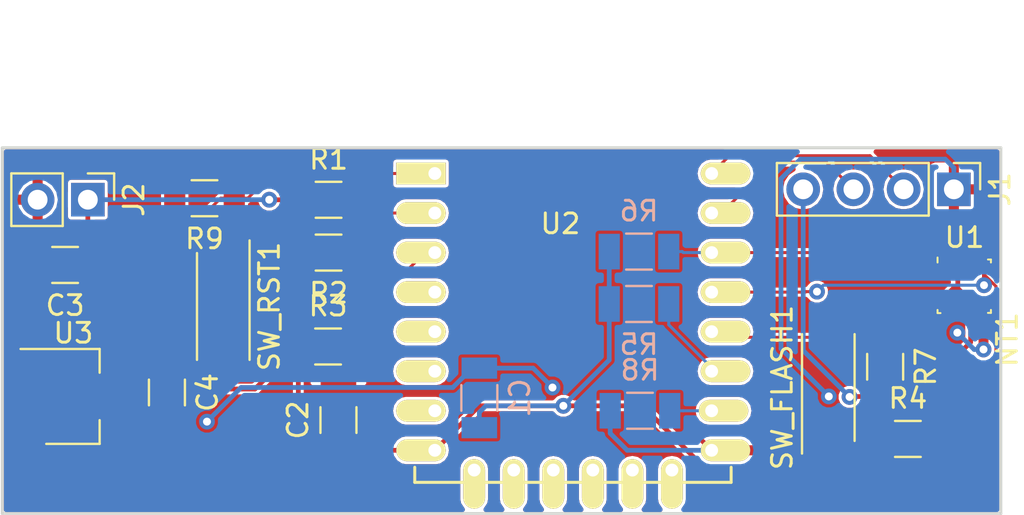
<source format=kicad_pcb>
(kicad_pcb (version 20171130) (host pcbnew "(6.0.0-rc1-dev-86-g887ee4693-dirty)")

  (general
    (thickness 1.6)
    (drawings 5)
    (tracks 177)
    (zones 0)
    (modules 21)
    (nets 25)
  )

  (page A4)
  (layers
    (0 F.Cu signal)
    (31 B.Cu signal)
    (32 B.Adhes user)
    (33 F.Adhes user)
    (34 B.Paste user)
    (35 F.Paste user)
    (36 B.SilkS user)
    (37 F.SilkS user)
    (38 B.Mask user)
    (39 F.Mask user)
    (40 Dwgs.User user)
    (41 Cmts.User user)
    (42 Eco1.User user)
    (43 Eco2.User user hide)
    (44 Edge.Cuts user)
    (45 Margin user hide)
    (46 B.CrtYd user)
    (47 F.CrtYd user)
    (48 B.Fab user hide)
    (49 F.Fab user hide)
  )

  (setup
    (last_trace_width 0.1524)
    (trace_clearance 0.1524)
    (zone_clearance 0)
    (zone_45_only yes)
    (trace_min 0.1524)
    (via_size 0.8)
    (via_drill 0.4)
    (via_min_size 0.127)
    (via_min_drill 0.254)
    (uvia_size 0.3)
    (uvia_drill 0.1)
    (uvias_allowed no)
    (uvia_min_size 0.2)
    (uvia_min_drill 0.1)
    (edge_width 0.15)
    (segment_width 0.2)
    (pcb_text_width 0.3)
    (pcb_text_size 1.5 1.5)
    (mod_edge_width 0.15)
    (mod_text_size 1 1)
    (mod_text_width 0.15)
    (pad_size 1.524 1.524)
    (pad_drill 0.762)
    (pad_to_mask_clearance 0.0508)
    (aux_axis_origin 0 0)
    (visible_elements FFFFFF7F)
    (pcbplotparams
      (layerselection 0x010fc_ffffffff)
      (usegerberextensions false)
      (usegerberattributes false)
      (usegerberadvancedattributes false)
      (creategerberjobfile false)
      (excludeedgelayer true)
      (linewidth 0.100000)
      (plotframeref false)
      (viasonmask false)
      (mode 1)
      (useauxorigin false)
      (hpglpennumber 1)
      (hpglpenspeed 20)
      (hpglpendiameter 15.000000)
      (psnegative false)
      (psa4output false)
      (plotreference true)
      (plotvalue true)
      (plotinvisibletext false)
      (padsonsilk false)
      (subtractmaskfromsilk false)
      (outputformat 1)
      (mirror false)
      (drillshape 1)
      (scaleselection 1)
      (outputdirectory ""))
  )

  (net 0 "")
  (net 1 +3V3)
  (net 2 GND)
  (net 3 RXD)
  (net 4 TXD)
  (net 5 RST)
  (net 6 ADC_IN)
  (net 7 "Net-(R3-Pad2)")
  (net 8 "Net-(U2-Pad4)")
  (net 9 "Net-(U2-Pad5)")
  (net 10 "Net-(U2-Pad6)")
  (net 11 "Net-(U2-Pad7)")
  (net 12 "Net-(U2-Pad9)")
  (net 13 "Net-(U2-Pad10)")
  (net 14 "Net-(U2-Pad11)")
  (net 15 "Net-(U2-Pad12)")
  (net 16 "Net-(U2-Pad13)")
  (net 17 "Net-(U2-Pad14)")
  (net 18 "Net-(R8-Pad1)")
  (net 19 "Net-(R5-Pad2)")
  (net 20 GPIO0)
  (net 21 SCL)
  (net 22 SDA)
  (net 23 +6V)
  (net 24 "Net-(NT1-Pad1)")

  (net_class Default "This is the default net class."
    (clearance 0.1524)
    (trace_width 0.1524)
    (via_dia 0.8)
    (via_drill 0.4)
    (uvia_dia 0.3)
    (uvia_drill 0.1)
    (add_net ADC_IN)
    (add_net GPIO0)
    (add_net "Net-(NT1-Pad1)")
    (add_net "Net-(R3-Pad2)")
    (add_net "Net-(R5-Pad2)")
    (add_net "Net-(R8-Pad1)")
    (add_net "Net-(U2-Pad10)")
    (add_net "Net-(U2-Pad11)")
    (add_net "Net-(U2-Pad12)")
    (add_net "Net-(U2-Pad13)")
    (add_net "Net-(U2-Pad14)")
    (add_net "Net-(U2-Pad4)")
    (add_net "Net-(U2-Pad5)")
    (add_net "Net-(U2-Pad6)")
    (add_net "Net-(U2-Pad7)")
    (add_net "Net-(U2-Pad9)")
    (add_net RST)
    (add_net RXD)
    (add_net SCL)
    (add_net SDA)
    (add_net TXD)
  )

  (net_class Power ""
    (clearance 0.1524)
    (trace_width 0.24)
    (via_dia 0.8)
    (via_drill 0.4)
    (uvia_dia 0.3)
    (uvia_drill 0.1)
    (add_net +3V3)
    (add_net +6V)
    (add_net GND)
  )

  (module custom:ESP-12E (layer F.Cu) (tedit 5B54A1EF) (tstamp 5B92DCE6)
    (at 144.375 75.05)
    (descr "Module, ESP-8266, ESP-12, 16 pad, SMD")
    (tags "Module ESP-8266 ESP8266")
    (path /5AE4B6A4)
    (fp_text reference U2 (at 6.35 2.54) (layer F.SilkS)
      (effects (font (size 1 1) (thickness 0.15)))
    )
    (fp_text value ESP-12E (at 6.35 6.35) (layer F.Fab) hide
      (effects (font (size 1 1) (thickness 0.15)))
    )
    (fp_line (start -1.008 -8.4) (end 14.992 -8.4) (layer F.Fab) (width 0.05))
    (fp_line (start -1.008 15.6) (end -1.008 -8.4) (layer F.Fab) (width 0.05))
    (fp_line (start 14.992 15.6) (end -1.008 15.6) (layer F.Fab) (width 0.05))
    (fp_line (start 15 -8.4) (end 15 15.6) (layer F.Fab) (width 0.05))
    (fp_line (start -1.008 -2.6) (end 14.992 -2.6) (layer F.CrtYd) (width 0.1524))
    (fp_text user "No Copper" (at 6.892 -5.4) (layer F.CrtYd)
      (effects (font (size 1 1) (thickness 0.15)))
    )
    (fp_line (start -1.008 -8.4) (end 14.992 -2.6) (layer F.CrtYd) (width 0.1524))
    (fp_line (start 14.992 -8.4) (end -1.008 -2.6) (layer F.CrtYd) (width 0.1524))
    (fp_line (start 14.986 15.621) (end 14.986 14.859) (layer F.SilkS) (width 0.1524))
    (fp_line (start -1.016 15.621) (end 14.986 15.621) (layer F.SilkS) (width 0.1524))
    (fp_line (start -1.016 14.859) (end -1.016 15.621) (layer F.SilkS) (width 0.1524))
    (fp_line (start -1.016 -8.382) (end 14.986 -8.382) (layer F.CrtYd) (width 0.1524))
    (fp_line (start -2.25 16) (end -2.25 -0.5) (layer F.CrtYd) (width 0.05))
    (fp_line (start 16.25 16) (end -2.25 16) (layer F.CrtYd) (width 0.05))
    (fp_line (start 16.25 -8.75) (end 16.25 16) (layer F.CrtYd) (width 0.05))
    (fp_line (start 15.25 -8.75) (end 16.25 -8.75) (layer F.CrtYd) (width 0.05))
    (fp_line (start -2.25 -8.75) (end 15.25 -8.75) (layer F.CrtYd) (width 0.05))
    (fp_line (start -2.25 -0.5) (end -2.25 -8.75) (layer F.CrtYd) (width 0.05))
    (pad 14 thru_hole oval (at 11.99 15 90) (size 2.5 1.1) (drill 0.65 (offset -0.7 0)) (layers *.Cu *.Mask F.SilkS)
      (net 17 "Net-(U2-Pad14)"))
    (pad 13 thru_hole oval (at 9.99 15 90) (size 2.5 1.1) (drill 0.65 (offset -0.7 0)) (layers *.Cu *.Mask F.SilkS)
      (net 16 "Net-(U2-Pad13)"))
    (pad 12 thru_hole oval (at 7.99 15 90) (size 2.5 1.1) (drill 0.65 (offset -0.7 0)) (layers *.Cu *.Mask F.SilkS)
      (net 15 "Net-(U2-Pad12)"))
    (pad 11 thru_hole oval (at 5.99 15 90) (size 2.5 1.1) (drill 0.65 (offset -0.7 0)) (layers *.Cu *.Mask F.SilkS)
      (net 14 "Net-(U2-Pad11)"))
    (pad 10 thru_hole oval (at 3.99 15 90) (size 2.5 1.1) (drill 0.65 (offset -0.7 0)) (layers *.Cu *.Mask F.SilkS)
      (net 13 "Net-(U2-Pad10)"))
    (pad 9 thru_hole oval (at 1.99 15 90) (size 2.5 1.1) (drill 0.65 (offset -0.7 0)) (layers *.Cu *.Mask F.SilkS)
      (net 12 "Net-(U2-Pad9)"))
    (pad 22 thru_hole oval (at 14 0) (size 2.5 1.1) (drill 0.65 (offset 0.7 0)) (layers *.Cu *.Mask F.SilkS)
      (net 4 TXD))
    (pad 21 thru_hole oval (at 14 2) (size 2.5 1.1) (drill 0.65 (offset 0.7 0)) (layers *.Cu *.Mask F.SilkS)
      (net 3 RXD))
    (pad 20 thru_hole oval (at 14 4) (size 2.5 1.1) (drill 0.65 (offset 0.7 0)) (layers *.Cu *.Mask F.SilkS)
      (net 22 SDA))
    (pad 19 thru_hole oval (at 14 6) (size 2.5 1.1) (drill 0.65 (offset 0.7 0)) (layers *.Cu *.Mask F.SilkS)
      (net 21 SCL))
    (pad 18 thru_hole oval (at 14 8) (size 2.5 1.1) (drill 0.65 (offset 0.7 0)) (layers *.Cu *.Mask F.SilkS)
      (net 20 GPIO0))
    (pad 17 thru_hole oval (at 14 10) (size 2.5 1.1) (drill 0.65 (offset 0.7 0)) (layers *.Cu *.Mask F.SilkS)
      (net 19 "Net-(R5-Pad2)"))
    (pad 16 thru_hole oval (at 14 12) (size 2.5 1.1) (drill 0.65 (offset 0.6 0)) (layers *.Cu *.Mask F.SilkS)
      (net 18 "Net-(R8-Pad1)"))
    (pad 15 thru_hole oval (at 14 14) (size 2.5 1.1) (drill 0.65 (offset 0.7 0)) (layers *.Cu *.Mask F.SilkS)
      (net 2 GND))
    (pad 8 thru_hole oval (at 0 14) (size 2.5 1.1) (drill 0.65 (offset -0.7 0)) (layers *.Cu *.Mask F.SilkS)
      (net 1 +3V3))
    (pad 7 thru_hole oval (at 0 12) (size 2.5 1.1) (drill 0.65 (offset -0.7 0)) (layers *.Cu *.Mask F.SilkS)
      (net 11 "Net-(U2-Pad7)"))
    (pad 6 thru_hole oval (at 0 10) (size 2.5 1.1) (drill 0.65 (offset -0.7 0)) (layers *.Cu *.Mask F.SilkS)
      (net 10 "Net-(U2-Pad6)"))
    (pad 5 thru_hole oval (at 0 8) (size 2.5 1.1) (drill 0.65 (offset -0.7 0)) (layers *.Cu *.Mask F.SilkS)
      (net 9 "Net-(U2-Pad5)"))
    (pad 4 thru_hole oval (at 0 6) (size 2.5 1.1) (drill 0.65 (offset -0.7 0)) (layers *.Cu *.Mask F.SilkS)
      (net 8 "Net-(U2-Pad4)"))
    (pad 3 thru_hole oval (at 0 4) (size 2.5 1.1) (drill 0.65 (offset -0.7 0)) (layers *.Cu *.Mask F.SilkS)
      (net 7 "Net-(R3-Pad2)"))
    (pad 2 thru_hole oval (at 0 2) (size 2.5 1.1) (drill 0.65 (offset -0.7 0)) (layers *.Cu *.Mask F.SilkS)
      (net 6 ADC_IN))
    (pad 1 thru_hole rect (at 0 0) (size 2.5 1.1) (drill 0.65 (offset -0.7 0)) (layers *.Cu *.Mask F.SilkS)
      (net 5 RST))
    (model ${ESPLIB}/ESP8266.3dshapes/ESP-12E.wrl
      (at (xyz 0 0 0))
      (scale (xyz 0.3937 0.3937 0.3937))
      (rotate (xyz 0 0 0))
    )
  )

  (module NetTie:NetTie-2_SMD_Pad0.5mm (layer F.Cu) (tedit 5A1CF6D3) (tstamp 5B92FECF)
    (at 172.125 83.45 270)
    (descr "Net tie, 2 pin, 0.5mm square SMD pads")
    (tags "net tie")
    (path /5B557988)
    (attr virtual)
    (fp_text reference NT1 (at 0 -1.2 270) (layer F.SilkS)
      (effects (font (size 1 1) (thickness 0.15)))
    )
    (fp_text value Net-Tie_2 (at 0 1.2 270) (layer F.Fab)
      (effects (font (size 1 1) (thickness 0.15)))
    )
    (fp_poly (pts (xy -0.5 -0.25) (xy 0.5 -0.25) (xy 0.5 0.25) (xy -0.5 0.25)) (layer F.Cu) (width 0))
    (fp_line (start 1 -0.5) (end -1 -0.5) (layer F.CrtYd) (width 0.05))
    (fp_line (start 1 0.5) (end 1 -0.5) (layer F.CrtYd) (width 0.05))
    (fp_line (start -1 0.5) (end 1 0.5) (layer F.CrtYd) (width 0.05))
    (fp_line (start -1 -0.5) (end -1 0.5) (layer F.CrtYd) (width 0.05))
    (pad 1 smd circle (at -0.5 0 270) (size 0.5 0.5) (layers F.Cu)
      (net 24 "Net-(NT1-Pad1)"))
    (pad 2 smd circle (at 0.5 0 270) (size 0.5 0.5) (layers F.Cu)
      (net 2 GND))
  )

  (module Capacitor_SMD:C_1206_3216Metric (layer F.Cu) (tedit 59FE48B8) (tstamp 5B92E814)
    (at 139.5 87.52 90)
    (descr "Capacitor SMD 1206 (3216 Metric), square (rectangular) end terminal, IPC_7351 nominal, (Body size source: http://www.tortai-tech.com/upload/download/2011102023233369053.pdf), generated with kicad-footprint-generator")
    (tags capacitor)
    (path /5B553442)
    (attr smd)
    (fp_text reference C2 (at 0 -2.05 90) (layer F.SilkS)
      (effects (font (size 1 1) (thickness 0.15)))
    )
    (fp_text value 100nF (at 0 2.05 90) (layer F.Fab)
      (effects (font (size 1 1) (thickness 0.15)))
    )
    (fp_line (start -1.6 0.8) (end -1.6 -0.8) (layer F.Fab) (width 0.1))
    (fp_line (start -1.6 -0.8) (end 1.6 -0.8) (layer F.Fab) (width 0.1))
    (fp_line (start 1.6 -0.8) (end 1.6 0.8) (layer F.Fab) (width 0.1))
    (fp_line (start 1.6 0.8) (end -1.6 0.8) (layer F.Fab) (width 0.1))
    (fp_line (start -0.65 -0.91) (end 0.65 -0.91) (layer F.SilkS) (width 0.12))
    (fp_line (start -0.65 0.91) (end 0.65 0.91) (layer F.SilkS) (width 0.12))
    (fp_line (start -2.29 1.15) (end -2.29 -1.15) (layer F.CrtYd) (width 0.05))
    (fp_line (start -2.29 -1.15) (end 2.29 -1.15) (layer F.CrtYd) (width 0.05))
    (fp_line (start 2.29 -1.15) (end 2.29 1.15) (layer F.CrtYd) (width 0.05))
    (fp_line (start 2.29 1.15) (end -2.29 1.15) (layer F.CrtYd) (width 0.05))
    (fp_text user %R (at 0 0 90) (layer F.Fab)
      (effects (font (size 0.8 0.8) (thickness 0.12)))
    )
    (pad 1 smd rect (at -1.505 0 90) (size 1.07 1.8) (layers F.Cu F.Paste F.Mask)
      (net 1 +3V3))
    (pad 2 smd rect (at 1.505 0 90) (size 1.07 1.8) (layers F.Cu F.Paste F.Mask)
      (net 2 GND))
    (model ${KISYS3DMOD}/Capacitor_SMD.3dshapes/C_1206_3216Metric.wrl
      (at (xyz 0 0 0))
      (scale (xyz 1 1 1))
      (rotate (xyz 0 0 0))
    )
  )

  (module Package_TO_SOT_SMD:SOT-89-3 (layer F.Cu) (tedit 5A02FF57) (tstamp 5B92E538)
    (at 125.6415 86.325)
    (descr SOT-89-3)
    (tags SOT-89-3)
    (path /5B54B3F5)
    (attr smd)
    (fp_text reference U3 (at 0.45 -3.2) (layer F.SilkS)
      (effects (font (size 1 1) (thickness 0.15)))
    )
    (fp_text value MCP1703A-3302_SOT89 (at 0.45 3.25) (layer F.Fab)
      (effects (font (size 1 1) (thickness 0.15)))
    )
    (fp_text user %R (at 0.38 0 90) (layer F.Fab)
      (effects (font (size 0.6 0.6) (thickness 0.09)))
    )
    (fp_line (start 1.78 1.2) (end 1.78 2.4) (layer F.SilkS) (width 0.12))
    (fp_line (start 1.78 2.4) (end -0.92 2.4) (layer F.SilkS) (width 0.12))
    (fp_line (start -2.22 -2.4) (end 1.78 -2.4) (layer F.SilkS) (width 0.12))
    (fp_line (start 1.78 -2.4) (end 1.78 -1.2) (layer F.SilkS) (width 0.12))
    (fp_line (start -0.92 -1.51) (end -0.13 -2.3) (layer F.Fab) (width 0.1))
    (fp_line (start 1.68 -2.3) (end 1.68 2.3) (layer F.Fab) (width 0.1))
    (fp_line (start 1.68 2.3) (end -0.92 2.3) (layer F.Fab) (width 0.1))
    (fp_line (start -0.92 2.3) (end -0.92 -1.51) (layer F.Fab) (width 0.1))
    (fp_line (start -0.13 -2.3) (end 1.68 -2.3) (layer F.Fab) (width 0.1))
    (fp_line (start 3.23 -2.55) (end 3.23 2.55) (layer F.CrtYd) (width 0.05))
    (fp_line (start 3.23 -2.55) (end -2.48 -2.55) (layer F.CrtYd) (width 0.05))
    (fp_line (start -2.48 2.55) (end 3.23 2.55) (layer F.CrtYd) (width 0.05))
    (fp_line (start -2.48 2.55) (end -2.48 -2.55) (layer F.CrtYd) (width 0.05))
    (pad 2 smd trapezoid (at 2.667 0 270) (size 1.6 0.85) (rect_delta 0 0.6 ) (layers F.Cu F.Paste F.Mask)
      (net 23 +6V))
    (pad 1 smd rect (at -1.48 -1.5 270) (size 1 1.5) (layers F.Cu F.Paste F.Mask)
      (net 2 GND))
    (pad 2 smd rect (at -1.3335 0 270) (size 1 1.8) (layers F.Cu F.Paste F.Mask)
      (net 23 +6V))
    (pad 3 smd rect (at -1.48 1.5 270) (size 1 1.5) (layers F.Cu F.Paste F.Mask)
      (net 1 +3V3))
    (pad 2 smd rect (at 1.3335 0 270) (size 2.2 1.84) (layers F.Cu F.Paste F.Mask)
      (net 23 +6V))
    (pad 2 smd trapezoid (at -0.0762 0 90) (size 1.5 1) (rect_delta 0 0.7 ) (layers F.Cu F.Paste F.Mask)
      (net 23 +6V))
    (model ${KISYS3DMOD}/Package_TO_SOT_SMD.3dshapes/SOT-89-3.wrl
      (at (xyz 0 0 0))
      (scale (xyz 1 1 1))
      (rotate (xyz 0 0 0))
    )
  )

  (module Buttons_Switches_SMD:SW_DIP_x1_W5.08mm_Slide_Copal_CHS-A (layer F.Cu) (tedit 59ACAC86) (tstamp 5B92A73A)
    (at 133.675 81.775 270)
    (descr "1x-dip-switch, Slide, row spacing 5.08 mm (200 mils), Copal_CHS-A")
    (tags "DIP Switch Slide 5.08mm 200mil Copal_CHS-A")
    (path /5AE4BA34)
    (attr smd)
    (fp_text reference SW_RST1 (at 0 -2.33 270) (layer F.SilkS)
      (effects (font (size 1 1) (thickness 0.15)))
    )
    (fp_text value SW_Push (at 0 2.33 270) (layer F.Fab)
      (effects (font (size 1 1) (thickness 0.15)))
    )
    (fp_line (start -1.7 -1.27) (end 2.7 -1.27) (layer F.Fab) (width 0.1))
    (fp_line (start 2.7 -1.27) (end 2.7 1.27) (layer F.Fab) (width 0.1))
    (fp_line (start 2.7 1.27) (end -2.7 1.27) (layer F.Fab) (width 0.1))
    (fp_line (start -2.7 1.27) (end -2.7 -0.27) (layer F.Fab) (width 0.1))
    (fp_line (start -2.7 -0.27) (end -1.7 -1.27) (layer F.Fab) (width 0.1))
    (fp_line (start -1.5 -0.25) (end -1.5 0.25) (layer F.Fab) (width 0.1))
    (fp_line (start -1.5 0.25) (end 1.5 0.25) (layer F.Fab) (width 0.1))
    (fp_line (start 1.5 0.25) (end 1.5 -0.25) (layer F.Fab) (width 0.1))
    (fp_line (start 1.5 -0.25) (end -1.5 -0.25) (layer F.Fab) (width 0.1))
    (fp_line (start 0 -0.25) (end 0 0.25) (layer F.Fab) (width 0.1))
    (fp_line (start -3.34 -1.33) (end 2.7 -1.33) (layer F.SilkS) (width 0.12))
    (fp_line (start -2.7 1.33) (end 2.7 1.33) (layer F.SilkS) (width 0.12))
    (fp_line (start -3.6 -1.6) (end -3.6 1.6) (layer F.CrtYd) (width 0.05))
    (fp_line (start -3.6 1.6) (end 3.6 1.6) (layer F.CrtYd) (width 0.05))
    (fp_line (start 3.6 1.6) (end 3.6 -1.6) (layer F.CrtYd) (width 0.05))
    (fp_line (start 3.6 -1.6) (end -3.6 -1.6) (layer F.CrtYd) (width 0.05))
    (fp_text user %R (at 2.1 0) (layer F.Fab)
      (effects (font (size 0.6 0.6) (thickness 0.15)))
    )
    (pad 1 smd rect (at -2.54 0 270) (size 1.6 0.76) (layers F.Cu F.Paste F.Mask)
      (net 2 GND))
    (pad 2 smd rect (at 2.54 0 270) (size 1.6 0.76) (layers F.Cu F.Paste F.Mask)
      (net 5 RST))
    (model ${KISYS3DMOD}/Buttons_Switches_SMD.3dshapes/SW_DIP_x1_W5.08mm_Slide_Copal_CHS-A.wrl
      (at (xyz 0 0 0))
      (scale (xyz 1 1 1))
      (rotate (xyz 0 0 0))
    )
  )

  (module Buttons_Switches_SMD:SW_DIP_x1_W5.08mm_Slide_Copal_CHS-A (layer F.Cu) (tedit 59ACAC86) (tstamp 5B92A724)
    (at 164.275 85.875 90)
    (descr "1x-dip-switch, Slide, row spacing 5.08 mm (200 mils), Copal_CHS-A")
    (tags "DIP Switch Slide 5.08mm 200mil Copal_CHS-A")
    (path /5AE4BA6C)
    (attr smd)
    (fp_text reference SW_FLASH1 (at 0 -2.33 90) (layer F.SilkS)
      (effects (font (size 1 1) (thickness 0.15)))
    )
    (fp_text value SW_Push (at 0 2.33 90) (layer F.Fab)
      (effects (font (size 1 1) (thickness 0.15)))
    )
    (fp_text user %R (at 2.1 0 180) (layer F.Fab)
      (effects (font (size 0.6 0.6) (thickness 0.15)))
    )
    (fp_line (start 3.6 -1.6) (end -3.6 -1.6) (layer F.CrtYd) (width 0.05))
    (fp_line (start 3.6 1.6) (end 3.6 -1.6) (layer F.CrtYd) (width 0.05))
    (fp_line (start -3.6 1.6) (end 3.6 1.6) (layer F.CrtYd) (width 0.05))
    (fp_line (start -3.6 -1.6) (end -3.6 1.6) (layer F.CrtYd) (width 0.05))
    (fp_line (start -2.7 1.33) (end 2.7 1.33) (layer F.SilkS) (width 0.12))
    (fp_line (start -3.34 -1.33) (end 2.7 -1.33) (layer F.SilkS) (width 0.12))
    (fp_line (start 0 -0.25) (end 0 0.25) (layer F.Fab) (width 0.1))
    (fp_line (start 1.5 -0.25) (end -1.5 -0.25) (layer F.Fab) (width 0.1))
    (fp_line (start 1.5 0.25) (end 1.5 -0.25) (layer F.Fab) (width 0.1))
    (fp_line (start -1.5 0.25) (end 1.5 0.25) (layer F.Fab) (width 0.1))
    (fp_line (start -1.5 -0.25) (end -1.5 0.25) (layer F.Fab) (width 0.1))
    (fp_line (start -2.7 -0.27) (end -1.7 -1.27) (layer F.Fab) (width 0.1))
    (fp_line (start -2.7 1.27) (end -2.7 -0.27) (layer F.Fab) (width 0.1))
    (fp_line (start 2.7 1.27) (end -2.7 1.27) (layer F.Fab) (width 0.1))
    (fp_line (start 2.7 -1.27) (end 2.7 1.27) (layer F.Fab) (width 0.1))
    (fp_line (start -1.7 -1.27) (end 2.7 -1.27) (layer F.Fab) (width 0.1))
    (pad 2 smd rect (at 2.54 0 90) (size 1.6 0.76) (layers F.Cu F.Paste F.Mask)
      (net 20 GPIO0))
    (pad 1 smd rect (at -2.54 0 90) (size 1.6 0.76) (layers F.Cu F.Paste F.Mask)
      (net 2 GND))
    (model ${KISYS3DMOD}/Buttons_Switches_SMD.3dshapes/SW_DIP_x1_W5.08mm_Slide_Copal_CHS-A.wrl
      (at (xyz 0 0 0))
      (scale (xyz 1 1 1))
      (rotate (xyz 0 0 0))
    )
  )

  (module Package_LGA:Bosch_LGA-8_2.5x2.5mm_P0.65mm_ClockwisePinNumbering (layer F.Cu) (tedit 5A0FA816) (tstamp 5B92ED81)
    (at 171.15 80.75)
    (descr LGA-8)
    (tags "lga land grid array")
    (path /5B552FC6)
    (attr smd)
    (fp_text reference U1 (at 0.015 -2.465) (layer F.SilkS)
      (effects (font (size 1 1) (thickness 0.15)))
    )
    (fp_text value BME280 (at 0.015 2.535) (layer F.Fab)
      (effects (font (size 1 1) (thickness 0.15)))
    )
    (fp_text user %R (at 0 0 180) (layer F.Fab)
      (effects (font (size 0.5 0.5) (thickness 0.075)))
    )
    (fp_line (start -1.35 1.36) (end -1.2 1.36) (layer F.SilkS) (width 0.1))
    (fp_line (start -1.25 -0.5) (end -0.5 -1.25) (layer F.Fab) (width 0.1))
    (fp_line (start -1.35 1.35) (end -1.35 1.2) (layer F.SilkS) (width 0.1))
    (fp_line (start 1.35 1.35) (end 1.35 1.2) (layer F.SilkS) (width 0.1))
    (fp_line (start 1.35 1.35) (end 1.2 1.35) (layer F.SilkS) (width 0.1))
    (fp_line (start 1.2 -1.35) (end 1.35 -1.35) (layer F.SilkS) (width 0.1))
    (fp_line (start 1.35 -1.35) (end 1.35 -1.2) (layer F.SilkS) (width 0.1))
    (fp_line (start -1.35 -1.2) (end -1.35 -1.45) (layer F.SilkS) (width 0.1))
    (fp_line (start -1.25 1.25) (end -1.25 -0.5) (layer F.Fab) (width 0.1))
    (fp_line (start -0.5 -1.25) (end 1.25 -1.25) (layer F.Fab) (width 0.1))
    (fp_line (start 1.25 -1.25) (end 1.25 1.25) (layer F.Fab) (width 0.1))
    (fp_line (start 1.25 1.25) (end -1.25 1.25) (layer F.Fab) (width 0.1))
    (fp_line (start -1.41 1.54) (end -1.41 -1.54) (layer F.CrtYd) (width 0.05))
    (fp_line (start -1.41 -1.54) (end 1.41 -1.54) (layer F.CrtYd) (width 0.05))
    (fp_line (start 1.41 -1.54) (end 1.41 1.54) (layer F.CrtYd) (width 0.05))
    (fp_line (start 1.41 1.54) (end -1.41 1.54) (layer F.CrtYd) (width 0.05))
    (pad 4 smd rect (at 0.975 -1.025 90) (size 0.5 0.35) (layers F.Cu F.Paste F.Mask)
      (net 21 SCL))
    (pad 3 smd rect (at 0.325 -1.025 90) (size 0.5 0.35) (layers F.Cu F.Paste F.Mask)
      (net 22 SDA))
    (pad 2 smd rect (at -0.325 -1.025 90) (size 0.5 0.35) (layers F.Cu F.Paste F.Mask)
      (net 1 +3V3))
    (pad 1 smd rect (at -0.975 -1.025 90) (size 0.5 0.35) (layers F.Cu F.Paste F.Mask)
      (net 2 GND))
    (pad 8 smd rect (at -0.975 1.025 90) (size 0.5 0.35) (layers F.Cu F.Paste F.Mask)
      (net 1 +3V3))
    (pad 7 smd rect (at -0.325 1.025 90) (size 0.5 0.35) (layers F.Cu F.Paste F.Mask)
      (net 2 GND))
    (pad 6 smd rect (at 0.325 1.025 90) (size 0.5 0.35) (layers F.Cu F.Paste F.Mask)
      (net 1 +3V3))
    (pad 5 smd rect (at 0.975 1.025 90) (size 0.5 0.35) (layers F.Cu F.Paste F.Mask)
      (net 24 "Net-(NT1-Pad1)"))
    (model ${KISYS3DMOD}/Package_LGA.3dshapes/Bosch_LGA-8_2.5x2.5mm_P0.65mm_ClockwisePinNumbering.wrl
      (offset (xyz 0.01500000025472259 -0.03500000059435272 0))
      (scale (xyz 1 1 1))
      (rotate (xyz 0 0 0))
    )
  )

  (module Capacitor_SMD:C_1206_3216Metric (layer B.Cu) (tedit 59FE48B8) (tstamp 5B7E7572)
    (at 146.625 86.4 90)
    (descr "Capacitor SMD 1206 (3216 Metric), square (rectangular) end terminal, IPC_7351 nominal, (Body size source: http://www.tortai-tech.com/upload/download/2011102023233369053.pdf), generated with kicad-footprint-generator")
    (tags capacitor)
    (path /5B5533D3)
    (attr smd)
    (fp_text reference C1 (at 0 2.05 90) (layer B.SilkS)
      (effects (font (size 1 1) (thickness 0.15)) (justify mirror))
    )
    (fp_text value 100nF (at 0 -2.05 90) (layer B.Fab)
      (effects (font (size 1 1) (thickness 0.15)) (justify mirror))
    )
    (fp_text user %R (at 0 0 90) (layer B.Fab)
      (effects (font (size 0.8 0.8) (thickness 0.12)) (justify mirror))
    )
    (fp_line (start 2.29 -1.15) (end -2.29 -1.15) (layer B.CrtYd) (width 0.05))
    (fp_line (start 2.29 1.15) (end 2.29 -1.15) (layer B.CrtYd) (width 0.05))
    (fp_line (start -2.29 1.15) (end 2.29 1.15) (layer B.CrtYd) (width 0.05))
    (fp_line (start -2.29 -1.15) (end -2.29 1.15) (layer B.CrtYd) (width 0.05))
    (fp_line (start -0.65 -0.91) (end 0.65 -0.91) (layer B.SilkS) (width 0.12))
    (fp_line (start -0.65 0.91) (end 0.65 0.91) (layer B.SilkS) (width 0.12))
    (fp_line (start 1.6 -0.8) (end -1.6 -0.8) (layer B.Fab) (width 0.1))
    (fp_line (start 1.6 0.8) (end 1.6 -0.8) (layer B.Fab) (width 0.1))
    (fp_line (start -1.6 0.8) (end 1.6 0.8) (layer B.Fab) (width 0.1))
    (fp_line (start -1.6 -0.8) (end -1.6 0.8) (layer B.Fab) (width 0.1))
    (pad 2 smd rect (at 1.505 0 90) (size 1.07 1.8) (layers B.Cu B.Paste B.Mask)
      (net 2 GND))
    (pad 1 smd rect (at -1.505 0 90) (size 1.07 1.8) (layers B.Cu B.Paste B.Mask)
      (net 1 +3V3))
    (model ${KISYS3DMOD}/Capacitor_SMD.3dshapes/C_1206_3216Metric.wrl
      (at (xyz 0 0 0))
      (scale (xyz 1 1 1))
      (rotate (xyz 0 0 0))
    )
  )

  (module Capacitor_SMD:C_1206_3216Metric (layer F.Cu) (tedit 59FE48B8) (tstamp 5B7E7550)
    (at 125.675 79.675 180)
    (descr "Capacitor SMD 1206 (3216 Metric), square (rectangular) end terminal, IPC_7351 nominal, (Body size source: http://www.tortai-tech.com/upload/download/2011102023233369053.pdf), generated with kicad-footprint-generator")
    (tags capacitor)
    (path /5B54CC2A)
    (attr smd)
    (fp_text reference C3 (at 0 -2.05 180) (layer F.SilkS)
      (effects (font (size 1 1) (thickness 0.15)))
    )
    (fp_text value 10uF (at 0 2.05 180) (layer F.Fab)
      (effects (font (size 1 1) (thickness 0.15)))
    )
    (fp_text user %R (at 0 0 180) (layer F.Fab)
      (effects (font (size 0.8 0.8) (thickness 0.12)))
    )
    (fp_line (start 2.29 1.15) (end -2.29 1.15) (layer F.CrtYd) (width 0.05))
    (fp_line (start 2.29 -1.15) (end 2.29 1.15) (layer F.CrtYd) (width 0.05))
    (fp_line (start -2.29 -1.15) (end 2.29 -1.15) (layer F.CrtYd) (width 0.05))
    (fp_line (start -2.29 1.15) (end -2.29 -1.15) (layer F.CrtYd) (width 0.05))
    (fp_line (start -0.65 0.91) (end 0.65 0.91) (layer F.SilkS) (width 0.12))
    (fp_line (start -0.65 -0.91) (end 0.65 -0.91) (layer F.SilkS) (width 0.12))
    (fp_line (start 1.6 0.8) (end -1.6 0.8) (layer F.Fab) (width 0.1))
    (fp_line (start 1.6 -0.8) (end 1.6 0.8) (layer F.Fab) (width 0.1))
    (fp_line (start -1.6 -0.8) (end 1.6 -0.8) (layer F.Fab) (width 0.1))
    (fp_line (start -1.6 0.8) (end -1.6 -0.8) (layer F.Fab) (width 0.1))
    (pad 2 smd rect (at 1.505 0 180) (size 1.07 1.8) (layers F.Cu F.Paste F.Mask)
      (net 2 GND))
    (pad 1 smd rect (at -1.505 0 180) (size 1.07 1.8) (layers F.Cu F.Paste F.Mask)
      (net 23 +6V))
    (model ${KISYS3DMOD}/Capacitor_SMD.3dshapes/C_1206_3216Metric.wrl
      (at (xyz 0 0 0))
      (scale (xyz 1 1 1))
      (rotate (xyz 0 0 0))
    )
  )

  (module Capacitor_SMD:C_1206_3216Metric (layer F.Cu) (tedit 59FE48B8) (tstamp 5B7E753F)
    (at 130.825 86.125 270)
    (descr "Capacitor SMD 1206 (3216 Metric), square (rectangular) end terminal, IPC_7351 nominal, (Body size source: http://www.tortai-tech.com/upload/download/2011102023233369053.pdf), generated with kicad-footprint-generator")
    (tags capacitor)
    (path /5B54CBA8)
    (attr smd)
    (fp_text reference C4 (at 0 -2.05 270) (layer F.SilkS)
      (effects (font (size 1 1) (thickness 0.15)))
    )
    (fp_text value 10uF (at 0 2.05 270) (layer F.Fab)
      (effects (font (size 1 1) (thickness 0.15)))
    )
    (fp_line (start -1.6 0.8) (end -1.6 -0.8) (layer F.Fab) (width 0.1))
    (fp_line (start -1.6 -0.8) (end 1.6 -0.8) (layer F.Fab) (width 0.1))
    (fp_line (start 1.6 -0.8) (end 1.6 0.8) (layer F.Fab) (width 0.1))
    (fp_line (start 1.6 0.8) (end -1.6 0.8) (layer F.Fab) (width 0.1))
    (fp_line (start -0.65 -0.91) (end 0.65 -0.91) (layer F.SilkS) (width 0.12))
    (fp_line (start -0.65 0.91) (end 0.65 0.91) (layer F.SilkS) (width 0.12))
    (fp_line (start -2.29 1.15) (end -2.29 -1.15) (layer F.CrtYd) (width 0.05))
    (fp_line (start -2.29 -1.15) (end 2.29 -1.15) (layer F.CrtYd) (width 0.05))
    (fp_line (start 2.29 -1.15) (end 2.29 1.15) (layer F.CrtYd) (width 0.05))
    (fp_line (start 2.29 1.15) (end -2.29 1.15) (layer F.CrtYd) (width 0.05))
    (fp_text user %R (at 0 0 270) (layer F.Fab)
      (effects (font (size 0.8 0.8) (thickness 0.12)))
    )
    (pad 1 smd rect (at -1.505 0 270) (size 1.07 1.8) (layers F.Cu F.Paste F.Mask)
      (net 1 +3V3))
    (pad 2 smd rect (at 1.505 0 270) (size 1.07 1.8) (layers F.Cu F.Paste F.Mask)
      (net 2 GND))
    (model ${KISYS3DMOD}/Capacitor_SMD.3dshapes/C_1206_3216Metric.wrl
      (at (xyz 0 0 0))
      (scale (xyz 1 1 1))
      (rotate (xyz 0 0 0))
    )
  )

  (module Connector_PinHeader_2.54mm:PinHeader_1x02_P2.54mm_Vertical (layer F.Cu) (tedit 59FED5CC) (tstamp 5B92E49E)
    (at 126.825 76.375 270)
    (descr "Through hole straight pin header, 1x02, 2.54mm pitch, single row")
    (tags "Through hole pin header THT 1x02 2.54mm single row")
    (path /5B54E37A)
    (fp_text reference J2 (at 0 -2.33 270) (layer F.SilkS)
      (effects (font (size 1 1) (thickness 0.15)))
    )
    (fp_text value Conn_01x02 (at 0 4.87 270) (layer F.Fab)
      (effects (font (size 1 1) (thickness 0.15)))
    )
    (fp_line (start -0.635 -1.27) (end 1.27 -1.27) (layer F.Fab) (width 0.1))
    (fp_line (start 1.27 -1.27) (end 1.27 3.81) (layer F.Fab) (width 0.1))
    (fp_line (start 1.27 3.81) (end -1.27 3.81) (layer F.Fab) (width 0.1))
    (fp_line (start -1.27 3.81) (end -1.27 -0.635) (layer F.Fab) (width 0.1))
    (fp_line (start -1.27 -0.635) (end -0.635 -1.27) (layer F.Fab) (width 0.1))
    (fp_line (start -1.33 3.87) (end 1.33 3.87) (layer F.SilkS) (width 0.12))
    (fp_line (start -1.33 1.27) (end -1.33 3.87) (layer F.SilkS) (width 0.12))
    (fp_line (start 1.33 1.27) (end 1.33 3.87) (layer F.SilkS) (width 0.12))
    (fp_line (start -1.33 1.27) (end 1.33 1.27) (layer F.SilkS) (width 0.12))
    (fp_line (start -1.33 0) (end -1.33 -1.33) (layer F.SilkS) (width 0.12))
    (fp_line (start -1.33 -1.33) (end 0 -1.33) (layer F.SilkS) (width 0.12))
    (fp_line (start -1.8 -1.8) (end -1.8 4.35) (layer F.CrtYd) (width 0.05))
    (fp_line (start -1.8 4.35) (end 1.8 4.35) (layer F.CrtYd) (width 0.05))
    (fp_line (start 1.8 4.35) (end 1.8 -1.8) (layer F.CrtYd) (width 0.05))
    (fp_line (start 1.8 -1.8) (end -1.8 -1.8) (layer F.CrtYd) (width 0.05))
    (fp_text user %R (at 0 1.27) (layer F.Fab)
      (effects (font (size 1 1) (thickness 0.15)))
    )
    (pad 1 thru_hole rect (at 0 0 270) (size 1.7 1.7) (drill 1) (layers *.Cu *.Mask)
      (net 23 +6V))
    (pad 2 thru_hole oval (at 0 2.54 270) (size 1.7 1.7) (drill 1) (layers *.Cu *.Mask)
      (net 2 GND))
    (model ${KISYS3DMOD}/Connector_PinHeader_2.54mm.3dshapes/PinHeader_1x02_P2.54mm_Vertical.wrl
      (at (xyz 0 0 0))
      (scale (xyz 1 1 1))
      (rotate (xyz 0 0 0))
    )
  )

  (module Connector_PinHeader_2.54mm:PinHeader_1x04_P2.54mm_Vertical (layer F.Cu) (tedit 59FED5CC) (tstamp 5B7E7518)
    (at 170.625 75.85 270)
    (descr "Through hole straight pin header, 1x04, 2.54mm pitch, single row")
    (tags "Through hole pin header THT 1x04 2.54mm single row")
    (path /5AE4D822)
    (fp_text reference J1 (at 0 -2.33 270) (layer F.SilkS)
      (effects (font (size 1 1) (thickness 0.15)))
    )
    (fp_text value Conn_01x04_Male (at 0 9.95 270) (layer F.Fab)
      (effects (font (size 1 1) (thickness 0.15)))
    )
    (fp_line (start -0.635 -1.27) (end 1.27 -1.27) (layer F.Fab) (width 0.1))
    (fp_line (start 1.27 -1.27) (end 1.27 8.89) (layer F.Fab) (width 0.1))
    (fp_line (start 1.27 8.89) (end -1.27 8.89) (layer F.Fab) (width 0.1))
    (fp_line (start -1.27 8.89) (end -1.27 -0.635) (layer F.Fab) (width 0.1))
    (fp_line (start -1.27 -0.635) (end -0.635 -1.27) (layer F.Fab) (width 0.1))
    (fp_line (start -1.33 8.95) (end 1.33 8.95) (layer F.SilkS) (width 0.12))
    (fp_line (start -1.33 1.27) (end -1.33 8.95) (layer F.SilkS) (width 0.12))
    (fp_line (start 1.33 1.27) (end 1.33 8.95) (layer F.SilkS) (width 0.12))
    (fp_line (start -1.33 1.27) (end 1.33 1.27) (layer F.SilkS) (width 0.12))
    (fp_line (start -1.33 0) (end -1.33 -1.33) (layer F.SilkS) (width 0.12))
    (fp_line (start -1.33 -1.33) (end 0 -1.33) (layer F.SilkS) (width 0.12))
    (fp_line (start -1.8 -1.8) (end -1.8 9.4) (layer F.CrtYd) (width 0.05))
    (fp_line (start -1.8 9.4) (end 1.8 9.4) (layer F.CrtYd) (width 0.05))
    (fp_line (start 1.8 9.4) (end 1.8 -1.8) (layer F.CrtYd) (width 0.05))
    (fp_line (start 1.8 -1.8) (end -1.8 -1.8) (layer F.CrtYd) (width 0.05))
    (fp_text user %R (at 0 3.81) (layer F.Fab)
      (effects (font (size 1 1) (thickness 0.15)))
    )
    (pad 1 thru_hole rect (at 0 0 270) (size 1.7 1.7) (drill 1) (layers *.Cu *.Mask)
      (net 2 GND))
    (pad 2 thru_hole oval (at 0 2.54 270) (size 1.7 1.7) (drill 1) (layers *.Cu *.Mask)
      (net 4 TXD))
    (pad 3 thru_hole oval (at 0 5.08 270) (size 1.7 1.7) (drill 1) (layers *.Cu *.Mask)
      (net 3 RXD))
    (pad 4 thru_hole oval (at 0 7.62 270) (size 1.7 1.7) (drill 1) (layers *.Cu *.Mask)
      (net 1 +3V3))
    (model ${KISYS3DMOD}/Connector_PinHeader_2.54mm.3dshapes/PinHeader_1x04_P2.54mm_Vertical.wrl
      (at (xyz 0 0 0))
      (scale (xyz 1 1 1))
      (rotate (xyz 0 0 0))
    )
  )

  (module Resistor_SMD:R_1206_3216Metric (layer B.Cu) (tedit 59FE48B8) (tstamp 5B7E74E8)
    (at 154.7 81.65)
    (descr "Resistor SMD 1206 (3216 Metric), square (rectangular) end terminal, IPC_7351 nominal, (Body size source: http://www.tortai-tech.com/upload/download/2011102023233369053.pdf), generated with kicad-footprint-generator")
    (tags resistor)
    (path /5AE4C94C)
    (attr smd)
    (fp_text reference R5 (at 0 2.05) (layer B.SilkS)
      (effects (font (size 1 1) (thickness 0.15)) (justify mirror))
    )
    (fp_text value 10k (at 0 -2.05) (layer B.Fab)
      (effects (font (size 1 1) (thickness 0.15)) (justify mirror))
    )
    (fp_text user %R (at 0 0) (layer B.Fab)
      (effects (font (size 0.8 0.8) (thickness 0.12)) (justify mirror))
    )
    (fp_line (start 2.29 -1.15) (end -2.29 -1.15) (layer B.CrtYd) (width 0.05))
    (fp_line (start 2.29 1.15) (end 2.29 -1.15) (layer B.CrtYd) (width 0.05))
    (fp_line (start -2.29 1.15) (end 2.29 1.15) (layer B.CrtYd) (width 0.05))
    (fp_line (start -2.29 -1.15) (end -2.29 1.15) (layer B.CrtYd) (width 0.05))
    (fp_line (start -0.65 -0.91) (end 0.65 -0.91) (layer B.SilkS) (width 0.12))
    (fp_line (start -0.65 0.91) (end 0.65 0.91) (layer B.SilkS) (width 0.12))
    (fp_line (start 1.6 -0.8) (end -1.6 -0.8) (layer B.Fab) (width 0.1))
    (fp_line (start 1.6 0.8) (end 1.6 -0.8) (layer B.Fab) (width 0.1))
    (fp_line (start -1.6 0.8) (end 1.6 0.8) (layer B.Fab) (width 0.1))
    (fp_line (start -1.6 -0.8) (end -1.6 0.8) (layer B.Fab) (width 0.1))
    (pad 2 smd rect (at 1.505 0) (size 1.07 1.8) (layers B.Cu B.Paste B.Mask)
      (net 19 "Net-(R5-Pad2)"))
    (pad 1 smd rect (at -1.505 0) (size 1.07 1.8) (layers B.Cu B.Paste B.Mask)
      (net 1 +3V3))
    (model ${KISYS3DMOD}/Resistor_SMD.3dshapes/R_1206_3216Metric.wrl
      (at (xyz 0 0 0))
      (scale (xyz 1 1 1))
      (rotate (xyz 0 0 0))
    )
  )

  (module Resistor_SMD:R_1206_3216Metric (layer F.Cu) (tedit 59FE48B8) (tstamp 5B7E74D7)
    (at 168.3 88.475)
    (descr "Resistor SMD 1206 (3216 Metric), square (rectangular) end terminal, IPC_7351 nominal, (Body size source: http://www.tortai-tech.com/upload/download/2011102023233369053.pdf), generated with kicad-footprint-generator")
    (tags resistor)
    (path /5B55585F)
    (attr smd)
    (fp_text reference R4 (at 0 -2.05) (layer F.SilkS)
      (effects (font (size 1 1) (thickness 0.15)))
    )
    (fp_text value 4.7k (at 0 2.05) (layer F.Fab)
      (effects (font (size 1 1) (thickness 0.15)))
    )
    (fp_line (start -1.6 0.8) (end -1.6 -0.8) (layer F.Fab) (width 0.1))
    (fp_line (start -1.6 -0.8) (end 1.6 -0.8) (layer F.Fab) (width 0.1))
    (fp_line (start 1.6 -0.8) (end 1.6 0.8) (layer F.Fab) (width 0.1))
    (fp_line (start 1.6 0.8) (end -1.6 0.8) (layer F.Fab) (width 0.1))
    (fp_line (start -0.65 -0.91) (end 0.65 -0.91) (layer F.SilkS) (width 0.12))
    (fp_line (start -0.65 0.91) (end 0.65 0.91) (layer F.SilkS) (width 0.12))
    (fp_line (start -2.29 1.15) (end -2.29 -1.15) (layer F.CrtYd) (width 0.05))
    (fp_line (start -2.29 -1.15) (end 2.29 -1.15) (layer F.CrtYd) (width 0.05))
    (fp_line (start 2.29 -1.15) (end 2.29 1.15) (layer F.CrtYd) (width 0.05))
    (fp_line (start 2.29 1.15) (end -2.29 1.15) (layer F.CrtYd) (width 0.05))
    (fp_text user %R (at 0 0) (layer F.Fab)
      (effects (font (size 0.8 0.8) (thickness 0.12)))
    )
    (pad 1 smd rect (at -1.505 0) (size 1.07 1.8) (layers F.Cu F.Paste F.Mask)
      (net 1 +3V3))
    (pad 2 smd rect (at 1.505 0) (size 1.07 1.8) (layers F.Cu F.Paste F.Mask)
      (net 21 SCL))
    (model ${KISYS3DMOD}/Resistor_SMD.3dshapes/R_1206_3216Metric.wrl
      (at (xyz 0 0 0))
      (scale (xyz 1 1 1))
      (rotate (xyz 0 0 0))
    )
  )

  (module Resistor_SMD:R_1206_3216Metric (layer F.Cu) (tedit 59FE48B8) (tstamp 5B7E74C6)
    (at 138.975 83.8)
    (descr "Resistor SMD 1206 (3216 Metric), square (rectangular) end terminal, IPC_7351 nominal, (Body size source: http://www.tortai-tech.com/upload/download/2011102023233369053.pdf), generated with kicad-footprint-generator")
    (tags resistor)
    (path /5B552767)
    (attr smd)
    (fp_text reference R3 (at 0 -2.05) (layer F.SilkS)
      (effects (font (size 1 1) (thickness 0.15)))
    )
    (fp_text value 10k (at 0 2.05) (layer F.Fab)
      (effects (font (size 1 1) (thickness 0.15)))
    )
    (fp_text user %R (at 0 0) (layer F.Fab)
      (effects (font (size 0.8 0.8) (thickness 0.12)))
    )
    (fp_line (start 2.29 1.15) (end -2.29 1.15) (layer F.CrtYd) (width 0.05))
    (fp_line (start 2.29 -1.15) (end 2.29 1.15) (layer F.CrtYd) (width 0.05))
    (fp_line (start -2.29 -1.15) (end 2.29 -1.15) (layer F.CrtYd) (width 0.05))
    (fp_line (start -2.29 1.15) (end -2.29 -1.15) (layer F.CrtYd) (width 0.05))
    (fp_line (start -0.65 0.91) (end 0.65 0.91) (layer F.SilkS) (width 0.12))
    (fp_line (start -0.65 -0.91) (end 0.65 -0.91) (layer F.SilkS) (width 0.12))
    (fp_line (start 1.6 0.8) (end -1.6 0.8) (layer F.Fab) (width 0.1))
    (fp_line (start 1.6 -0.8) (end 1.6 0.8) (layer F.Fab) (width 0.1))
    (fp_line (start -1.6 -0.8) (end 1.6 -0.8) (layer F.Fab) (width 0.1))
    (fp_line (start -1.6 0.8) (end -1.6 -0.8) (layer F.Fab) (width 0.1))
    (pad 2 smd rect (at 1.505 0) (size 1.07 1.8) (layers F.Cu F.Paste F.Mask)
      (net 7 "Net-(R3-Pad2)"))
    (pad 1 smd rect (at -1.505 0) (size 1.07 1.8) (layers F.Cu F.Paste F.Mask)
      (net 1 +3V3))
    (model ${KISYS3DMOD}/Resistor_SMD.3dshapes/R_1206_3216Metric.wrl
      (at (xyz 0 0 0))
      (scale (xyz 1 1 1))
      (rotate (xyz 0 0 0))
    )
  )

  (module Resistor_SMD:R_1206_3216Metric (layer F.Cu) (tedit 59FE48B8) (tstamp 5B92E469)
    (at 139 79.05 180)
    (descr "Resistor SMD 1206 (3216 Metric), square (rectangular) end terminal, IPC_7351 nominal, (Body size source: http://www.tortai-tech.com/upload/download/2011102023233369053.pdf), generated with kicad-footprint-generator")
    (tags resistor)
    (path /5B547BC7)
    (attr smd)
    (fp_text reference R2 (at 0 -2.05 180) (layer F.SilkS)
      (effects (font (size 1 1) (thickness 0.15)))
    )
    (fp_text value 47K (at 0 2.05 180) (layer F.Fab)
      (effects (font (size 1 1) (thickness 0.15)))
    )
    (fp_line (start -1.6 0.8) (end -1.6 -0.8) (layer F.Fab) (width 0.1))
    (fp_line (start -1.6 -0.8) (end 1.6 -0.8) (layer F.Fab) (width 0.1))
    (fp_line (start 1.6 -0.8) (end 1.6 0.8) (layer F.Fab) (width 0.1))
    (fp_line (start 1.6 0.8) (end -1.6 0.8) (layer F.Fab) (width 0.1))
    (fp_line (start -0.65 -0.91) (end 0.65 -0.91) (layer F.SilkS) (width 0.12))
    (fp_line (start -0.65 0.91) (end 0.65 0.91) (layer F.SilkS) (width 0.12))
    (fp_line (start -2.29 1.15) (end -2.29 -1.15) (layer F.CrtYd) (width 0.05))
    (fp_line (start -2.29 -1.15) (end 2.29 -1.15) (layer F.CrtYd) (width 0.05))
    (fp_line (start 2.29 -1.15) (end 2.29 1.15) (layer F.CrtYd) (width 0.05))
    (fp_line (start 2.29 1.15) (end -2.29 1.15) (layer F.CrtYd) (width 0.05))
    (fp_text user %R (at 0 0 180) (layer F.Fab)
      (effects (font (size 0.8 0.8) (thickness 0.12)))
    )
    (pad 1 smd rect (at -1.505 0 180) (size 1.07 1.8) (layers F.Cu F.Paste F.Mask)
      (net 6 ADC_IN))
    (pad 2 smd rect (at 1.505 0 180) (size 1.07 1.8) (layers F.Cu F.Paste F.Mask)
      (net 2 GND))
    (model ${KISYS3DMOD}/Resistor_SMD.3dshapes/R_1206_3216Metric.wrl
      (at (xyz 0 0 0))
      (scale (xyz 1 1 1))
      (rotate (xyz 0 0 0))
    )
  )

  (module Resistor_SMD:R_1206_3216Metric (layer F.Cu) (tedit 59FE48B8) (tstamp 5B92E439)
    (at 139 76.38)
    (descr "Resistor SMD 1206 (3216 Metric), square (rectangular) end terminal, IPC_7351 nominal, (Body size source: http://www.tortai-tech.com/upload/download/2011102023233369053.pdf), generated with kicad-footprint-generator")
    (tags resistor)
    (path /5B547B6E)
    (attr smd)
    (fp_text reference R1 (at 0 -2.05) (layer F.SilkS)
      (effects (font (size 1 1) (thickness 0.15)))
    )
    (fp_text value 470k (at 0 2.05) (layer F.Fab)
      (effects (font (size 1 1) (thickness 0.15)))
    )
    (fp_text user %R (at 0 0) (layer F.Fab)
      (effects (font (size 0.8 0.8) (thickness 0.12)))
    )
    (fp_line (start 2.29 1.15) (end -2.29 1.15) (layer F.CrtYd) (width 0.05))
    (fp_line (start 2.29 -1.15) (end 2.29 1.15) (layer F.CrtYd) (width 0.05))
    (fp_line (start -2.29 -1.15) (end 2.29 -1.15) (layer F.CrtYd) (width 0.05))
    (fp_line (start -2.29 1.15) (end -2.29 -1.15) (layer F.CrtYd) (width 0.05))
    (fp_line (start -0.65 0.91) (end 0.65 0.91) (layer F.SilkS) (width 0.12))
    (fp_line (start -0.65 -0.91) (end 0.65 -0.91) (layer F.SilkS) (width 0.12))
    (fp_line (start 1.6 0.8) (end -1.6 0.8) (layer F.Fab) (width 0.1))
    (fp_line (start 1.6 -0.8) (end 1.6 0.8) (layer F.Fab) (width 0.1))
    (fp_line (start -1.6 -0.8) (end 1.6 -0.8) (layer F.Fab) (width 0.1))
    (fp_line (start -1.6 0.8) (end -1.6 -0.8) (layer F.Fab) (width 0.1))
    (pad 2 smd rect (at 1.505 0) (size 1.07 1.8) (layers F.Cu F.Paste F.Mask)
      (net 6 ADC_IN))
    (pad 1 smd rect (at -1.505 0) (size 1.07 1.8) (layers F.Cu F.Paste F.Mask)
      (net 23 +6V))
    (model ${KISYS3DMOD}/Resistor_SMD.3dshapes/R_1206_3216Metric.wrl
      (at (xyz 0 0 0))
      (scale (xyz 1 1 1))
      (rotate (xyz 0 0 0))
    )
  )

  (module Resistor_SMD:R_1206_3216Metric (layer B.Cu) (tedit 59FE48B8) (tstamp 5B7E7482)
    (at 154.7 79 180)
    (descr "Resistor SMD 1206 (3216 Metric), square (rectangular) end terminal, IPC_7351 nominal, (Body size source: http://www.tortai-tech.com/upload/download/2011102023233369053.pdf), generated with kicad-footprint-generator")
    (tags resistor)
    (path /5B556053)
    (attr smd)
    (fp_text reference R6 (at 0 2.05 180) (layer B.SilkS)
      (effects (font (size 1 1) (thickness 0.15)) (justify mirror))
    )
    (fp_text value 4.7k (at 0 -2.05 180) (layer B.Fab)
      (effects (font (size 1 1) (thickness 0.15)) (justify mirror))
    )
    (fp_text user %R (at 0 0 180) (layer B.Fab)
      (effects (font (size 0.8 0.8) (thickness 0.12)) (justify mirror))
    )
    (fp_line (start 2.29 -1.15) (end -2.29 -1.15) (layer B.CrtYd) (width 0.05))
    (fp_line (start 2.29 1.15) (end 2.29 -1.15) (layer B.CrtYd) (width 0.05))
    (fp_line (start -2.29 1.15) (end 2.29 1.15) (layer B.CrtYd) (width 0.05))
    (fp_line (start -2.29 -1.15) (end -2.29 1.15) (layer B.CrtYd) (width 0.05))
    (fp_line (start -0.65 -0.91) (end 0.65 -0.91) (layer B.SilkS) (width 0.12))
    (fp_line (start -0.65 0.91) (end 0.65 0.91) (layer B.SilkS) (width 0.12))
    (fp_line (start 1.6 -0.8) (end -1.6 -0.8) (layer B.Fab) (width 0.1))
    (fp_line (start 1.6 0.8) (end 1.6 -0.8) (layer B.Fab) (width 0.1))
    (fp_line (start -1.6 0.8) (end 1.6 0.8) (layer B.Fab) (width 0.1))
    (fp_line (start -1.6 -0.8) (end -1.6 0.8) (layer B.Fab) (width 0.1))
    (pad 2 smd rect (at 1.505 0 180) (size 1.07 1.8) (layers B.Cu B.Paste B.Mask)
      (net 1 +3V3))
    (pad 1 smd rect (at -1.505 0 180) (size 1.07 1.8) (layers B.Cu B.Paste B.Mask)
      (net 22 SDA))
    (model ${KISYS3DMOD}/Resistor_SMD.3dshapes/R_1206_3216Metric.wrl
      (at (xyz 0 0 0))
      (scale (xyz 1 1 1))
      (rotate (xyz 0 0 0))
    )
  )

  (module Resistor_SMD:R_1206_3216Metric (layer F.Cu) (tedit 59FE48B8) (tstamp 5B92E0F2)
    (at 167.15 84.825 270)
    (descr "Resistor SMD 1206 (3216 Metric), square (rectangular) end terminal, IPC_7351 nominal, (Body size source: http://www.tortai-tech.com/upload/download/2011102023233369053.pdf), generated with kicad-footprint-generator")
    (tags resistor)
    (path /5AE4BB6B)
    (attr smd)
    (fp_text reference R7 (at 0 -2.05 270) (layer F.SilkS)
      (effects (font (size 1 1) (thickness 0.15)))
    )
    (fp_text value 10k (at 0 2.05 270) (layer F.Fab)
      (effects (font (size 1 1) (thickness 0.15)))
    )
    (fp_line (start -1.6 0.8) (end -1.6 -0.8) (layer F.Fab) (width 0.1))
    (fp_line (start -1.6 -0.8) (end 1.6 -0.8) (layer F.Fab) (width 0.1))
    (fp_line (start 1.6 -0.8) (end 1.6 0.8) (layer F.Fab) (width 0.1))
    (fp_line (start 1.6 0.8) (end -1.6 0.8) (layer F.Fab) (width 0.1))
    (fp_line (start -0.65 -0.91) (end 0.65 -0.91) (layer F.SilkS) (width 0.12))
    (fp_line (start -0.65 0.91) (end 0.65 0.91) (layer F.SilkS) (width 0.12))
    (fp_line (start -2.29 1.15) (end -2.29 -1.15) (layer F.CrtYd) (width 0.05))
    (fp_line (start -2.29 -1.15) (end 2.29 -1.15) (layer F.CrtYd) (width 0.05))
    (fp_line (start 2.29 -1.15) (end 2.29 1.15) (layer F.CrtYd) (width 0.05))
    (fp_line (start 2.29 1.15) (end -2.29 1.15) (layer F.CrtYd) (width 0.05))
    (fp_text user %R (at 0 0 270) (layer F.Fab)
      (effects (font (size 0.8 0.8) (thickness 0.12)))
    )
    (pad 1 smd rect (at -1.505 0 270) (size 1.07 1.8) (layers F.Cu F.Paste F.Mask)
      (net 20 GPIO0))
    (pad 2 smd rect (at 1.505 0 270) (size 1.07 1.8) (layers F.Cu F.Paste F.Mask)
      (net 1 +3V3))
    (model ${KISYS3DMOD}/Resistor_SMD.3dshapes/R_1206_3216Metric.wrl
      (at (xyz 0 0 0))
      (scale (xyz 1 1 1))
      (rotate (xyz 0 0 0))
    )
  )

  (module Resistor_SMD:R_1206_3216Metric (layer B.Cu) (tedit 59FE48B8) (tstamp 5B7E7460)
    (at 154.75 87.05 180)
    (descr "Resistor SMD 1206 (3216 Metric), square (rectangular) end terminal, IPC_7351 nominal, (Body size source: http://www.tortai-tech.com/upload/download/2011102023233369053.pdf), generated with kicad-footprint-generator")
    (tags resistor)
    (path /5AE4C8BB)
    (attr smd)
    (fp_text reference R8 (at 0 2.05 180) (layer B.SilkS)
      (effects (font (size 1 1) (thickness 0.15)) (justify mirror))
    )
    (fp_text value 10k (at 0 -2.05 180) (layer B.Fab)
      (effects (font (size 1 1) (thickness 0.15)) (justify mirror))
    )
    (fp_text user %R (at 0 0 180) (layer B.Fab)
      (effects (font (size 0.8 0.8) (thickness 0.12)) (justify mirror))
    )
    (fp_line (start 2.29 -1.15) (end -2.29 -1.15) (layer B.CrtYd) (width 0.05))
    (fp_line (start 2.29 1.15) (end 2.29 -1.15) (layer B.CrtYd) (width 0.05))
    (fp_line (start -2.29 1.15) (end 2.29 1.15) (layer B.CrtYd) (width 0.05))
    (fp_line (start -2.29 -1.15) (end -2.29 1.15) (layer B.CrtYd) (width 0.05))
    (fp_line (start -0.65 -0.91) (end 0.65 -0.91) (layer B.SilkS) (width 0.12))
    (fp_line (start -0.65 0.91) (end 0.65 0.91) (layer B.SilkS) (width 0.12))
    (fp_line (start 1.6 -0.8) (end -1.6 -0.8) (layer B.Fab) (width 0.1))
    (fp_line (start 1.6 0.8) (end 1.6 -0.8) (layer B.Fab) (width 0.1))
    (fp_line (start -1.6 0.8) (end 1.6 0.8) (layer B.Fab) (width 0.1))
    (fp_line (start -1.6 -0.8) (end -1.6 0.8) (layer B.Fab) (width 0.1))
    (pad 2 smd rect (at 1.505 0 180) (size 1.07 1.8) (layers B.Cu B.Paste B.Mask)
      (net 2 GND))
    (pad 1 smd rect (at -1.505 0 180) (size 1.07 1.8) (layers B.Cu B.Paste B.Mask)
      (net 18 "Net-(R8-Pad1)"))
    (model ${KISYS3DMOD}/Resistor_SMD.3dshapes/R_1206_3216Metric.wrl
      (at (xyz 0 0 0))
      (scale (xyz 1 1 1))
      (rotate (xyz 0 0 0))
    )
  )

  (module Resistor_SMD:R_1206_3216Metric (layer F.Cu) (tedit 59FE48B8) (tstamp 5B92E762)
    (at 132.725 76.3 180)
    (descr "Resistor SMD 1206 (3216 Metric), square (rectangular) end terminal, IPC_7351 nominal, (Body size source: http://www.tortai-tech.com/upload/download/2011102023233369053.pdf), generated with kicad-footprint-generator")
    (tags resistor)
    (path /5AE4BBFA)
    (attr smd)
    (fp_text reference R9 (at 0 -2.05 180) (layer F.SilkS)
      (effects (font (size 1 1) (thickness 0.15)))
    )
    (fp_text value 10k (at 0 2.05 180) (layer F.Fab)
      (effects (font (size 1 1) (thickness 0.15)))
    )
    (fp_line (start -1.6 0.8) (end -1.6 -0.8) (layer F.Fab) (width 0.1))
    (fp_line (start -1.6 -0.8) (end 1.6 -0.8) (layer F.Fab) (width 0.1))
    (fp_line (start 1.6 -0.8) (end 1.6 0.8) (layer F.Fab) (width 0.1))
    (fp_line (start 1.6 0.8) (end -1.6 0.8) (layer F.Fab) (width 0.1))
    (fp_line (start -0.65 -0.91) (end 0.65 -0.91) (layer F.SilkS) (width 0.12))
    (fp_line (start -0.65 0.91) (end 0.65 0.91) (layer F.SilkS) (width 0.12))
    (fp_line (start -2.29 1.15) (end -2.29 -1.15) (layer F.CrtYd) (width 0.05))
    (fp_line (start -2.29 -1.15) (end 2.29 -1.15) (layer F.CrtYd) (width 0.05))
    (fp_line (start 2.29 -1.15) (end 2.29 1.15) (layer F.CrtYd) (width 0.05))
    (fp_line (start 2.29 1.15) (end -2.29 1.15) (layer F.CrtYd) (width 0.05))
    (fp_text user %R (at 0 0 180) (layer F.Fab)
      (effects (font (size 0.8 0.8) (thickness 0.12)))
    )
    (pad 1 smd rect (at -1.505 0 180) (size 1.07 1.8) (layers F.Cu F.Paste F.Mask)
      (net 5 RST))
    (pad 2 smd rect (at 1.505 0 180) (size 1.07 1.8) (layers F.Cu F.Paste F.Mask)
      (net 1 +3V3))
    (model ${KISYS3DMOD}/Resistor_SMD.3dshapes/R_1206_3216Metric.wrl
      (at (xyz 0 0 0))
      (scale (xyz 1 1 1))
      (rotate (xyz 0 0 0))
    )
  )

  (gr_text "ESP12F Sensor\nJul 2018 - V0.1\nThomas Schwery" (at 142.125 81.55) (layer B.Cu)
    (effects (font (size 1.5 1.5) (thickness 0.3)) (justify left mirror))
  )
  (gr_line (start 122.5 73.75) (end 173 73.75) (layer Edge.Cuts) (width 0.15))
  (gr_line (start 122.5 92.25) (end 122.5 73.75) (layer Edge.Cuts) (width 0.15))
  (gr_line (start 173 92.25) (end 122.5 92.25) (layer Edge.Cuts) (width 0.15))
  (gr_line (start 173 73.75) (end 173 92.25) (layer Edge.Cuts) (width 0.15))

  (segment (start 140.665 89.05) (end 144.375 89.05) (width 0.24) (layer F.Cu) (net 1))
  (segment (start 140.64 89.025) (end 140.665 89.05) (width 0.24) (layer F.Cu) (net 1))
  (segment (start 139.5 89.025) (end 140.64 89.025) (width 0.24) (layer F.Cu) (net 1))
  (segment (start 137.47 84.94) (end 137.47 83.8) (width 0.24) (layer F.Cu) (net 1))
  (segment (start 137.47 88.135) (end 137.47 84.94) (width 0.24) (layer F.Cu) (net 1))
  (segment (start 138.36 89.025) (end 137.47 88.135) (width 0.24) (layer F.Cu) (net 1))
  (segment (start 139.5 89.025) (end 138.36 89.025) (width 0.24) (layer F.Cu) (net 1))
  (segment (start 164.335322 90.025) (end 158.1 90.025) (width 0.24) (layer F.Cu) (net 1))
  (via (at 165.35 86.35) (size 0.8) (drill 0.4) (layers F.Cu B.Cu) (net 1))
  (segment (start 167.15 86.33) (end 165.37 86.33) (width 0.24) (layer F.Cu) (net 1))
  (segment (start 165.37 86.33) (end 165.35 86.35) (width 0.24) (layer F.Cu) (net 1))
  (segment (start 168.29 86.33) (end 167.15 86.33) (width 0.24) (layer F.Cu) (net 1))
  (segment (start 168.72495 86.33) (end 168.29 86.33) (width 0.24) (layer F.Cu) (net 1))
  (segment (start 171.475 83.57995) (end 168.72495 86.33) (width 0.24) (layer F.Cu) (net 1))
  (segment (start 171.475 81.775) (end 171.475 83.57995) (width 0.24) (layer F.Cu) (net 1))
  (segment (start 171.475 81.509678) (end 171.475 81.775) (width 0.24) (layer F.Cu) (net 1))
  (segment (start 170.825 80.859678) (end 171.475 81.509678) (width 0.24) (layer F.Cu) (net 1))
  (segment (start 170.825 79.725) (end 170.825 80.859678) (width 0.24) (layer F.Cu) (net 1))
  (segment (start 170.175 81.285) (end 170.175 81.775) (width 0.24) (layer F.Cu) (net 1))
  (segment (start 170.600322 80.859678) (end 170.175 81.285) (width 0.24) (layer F.Cu) (net 1))
  (segment (start 170.825 80.859678) (end 170.600322 80.859678) (width 0.24) (layer F.Cu) (net 1))
  (via (at 150.875 86.8) (size 0.8) (drill 0.4) (layers F.Cu B.Cu) (net 1))
  (segment (start 153.195 81.65) (end 153.195 84.48) (width 0.24) (layer B.Cu) (net 1))
  (segment (start 153.195 84.48) (end 150.875 86.8) (width 0.24) (layer B.Cu) (net 1))
  (segment (start 154.875 86.8) (end 158.1 90.025) (width 0.24) (layer F.Cu) (net 1))
  (segment (start 150.875 86.8) (end 154.875 86.8) (width 0.24) (layer F.Cu) (net 1))
  (segment (start 146.625 86.8) (end 144.375 89.05) (width 0.24) (layer F.Cu) (net 1))
  (segment (start 150.875 86.8) (end 146.625 86.8) (width 0.24) (layer F.Cu) (net 1))
  (segment (start 153.195 80.14) (end 153.195 81.65) (width 0.24) (layer B.Cu) (net 1))
  (segment (start 153.195 79) (end 153.195 80.14) (width 0.24) (layer B.Cu) (net 1))
  (segment (start 146.625 87.13) (end 146.625 87.905) (width 0.24) (layer B.Cu) (net 1))
  (segment (start 146.955 86.8) (end 146.625 87.13) (width 0.24) (layer B.Cu) (net 1))
  (segment (start 150.875 86.8) (end 146.955 86.8) (width 0.24) (layer B.Cu) (net 1))
  (segment (start 137.425 83.8) (end 137.47 83.8) (width 0.24) (layer F.Cu) (net 1))
  (segment (start 135.275 85.95) (end 137.425 83.8) (width 0.24) (layer F.Cu) (net 1))
  (segment (start 132.725 85.95) (end 135.275 85.95) (width 0.24) (layer F.Cu) (net 1))
  (segment (start 131.22 76.3) (end 131.22 84.445) (width 0.24) (layer F.Cu) (net 1))
  (segment (start 131.22 84.445) (end 132.725 85.95) (width 0.24) (layer F.Cu) (net 1))
  (segment (start 130.825 85.395) (end 130.825 84.62) (width 0.24) (layer F.Cu) (net 1))
  (segment (start 130.825 85.704678) (end 130.825 85.395) (width 0.24) (layer F.Cu) (net 1))
  (segment (start 128.704678 87.825) (end 130.825 85.704678) (width 0.24) (layer F.Cu) (net 1))
  (segment (start 124.1615 87.825) (end 128.704678 87.825) (width 0.24) (layer F.Cu) (net 1))
  (segment (start 165.885322 88.475) (end 166.795 88.475) (width 0.24) (layer F.Cu) (net 1))
  (segment (start 164.335322 90.025) (end 165.885322 88.475) (width 0.24) (layer F.Cu) (net 1))
  (segment (start 166.795 86.685) (end 167.15 86.33) (width 0.24) (layer F.Cu) (net 1))
  (segment (start 166.795 88.475) (end 166.795 86.685) (width 0.24) (layer F.Cu) (net 1))
  (segment (start 163.005 84.005) (end 163.005 75.85) (width 0.24) (layer B.Cu) (net 1))
  (segment (start 165.35 86.35) (end 163.005 84.005) (width 0.24) (layer B.Cu) (net 1))
  (segment (start 137.295 79.25) (end 137.495 79.05) (width 0.24) (layer F.Cu) (net 2))
  (segment (start 134.94 79.25) (end 137.295 79.25) (width 0.24) (layer F.Cu) (net 2))
  (segment (start 138.27 79.05) (end 137.495 79.05) (width 0.24) (layer F.Cu) (net 2))
  (segment (start 139.5 80.28) (end 138.27 79.05) (width 0.24) (layer F.Cu) (net 2))
  (segment (start 139.5 86.015) (end 139.5 80.28) (width 0.24) (layer F.Cu) (net 2))
  (segment (start 124.285 79.56) (end 124.17 79.675) (width 0.24) (layer F.Cu) (net 2))
  (segment (start 124.285 76.375) (end 124.285 79.56) (width 0.24) (layer F.Cu) (net 2))
  (segment (start 124.1615 79.6835) (end 124.17 79.675) (width 0.24) (layer F.Cu) (net 2))
  (segment (start 124.1615 84.825) (end 124.1615 79.6835) (width 0.24) (layer F.Cu) (net 2))
  (segment (start 139.64 85.875) (end 139.5 86.015) (width 0.24) (layer F.Cu) (net 2))
  (segment (start 158.375 89.05) (end 155.2 85.875) (width 0.24) (layer F.Cu) (net 2))
  (segment (start 163.64 89.05) (end 164.275 88.415) (width 0.24) (layer F.Cu) (net 2))
  (segment (start 158.375 89.05) (end 163.64 89.05) (width 0.24) (layer F.Cu) (net 2))
  (via (at 164.3 86.325) (size 0.8) (drill 0.4) (layers F.Cu B.Cu) (net 2))
  (segment (start 164.275 88.415) (end 164.275 86.35) (width 0.24) (layer F.Cu) (net 2))
  (segment (start 164.275 86.35) (end 164.3 86.325) (width 0.24) (layer F.Cu) (net 2))
  (segment (start 161.882599 75.311247) (end 162.868846 74.325) (width 0.24) (layer B.Cu) (net 2))
  (segment (start 164.3 86.325) (end 161.907599 83.932599) (width 0.24) (layer B.Cu) (net 2))
  (segment (start 170.625 74.76) (end 170.625 75.85) (width 0.24) (layer B.Cu) (net 2))
  (segment (start 170.19 74.325) (end 170.625 74.76) (width 0.24) (layer B.Cu) (net 2))
  (segment (start 162.868846 74.325) (end 170.19 74.325) (width 0.24) (layer B.Cu) (net 2))
  (segment (start 169.275 85.225) (end 170.825 83.675) (width 0.24) (layer F.Cu) (net 2))
  (segment (start 164.834315 85.225) (end 169.275 85.225) (width 0.24) (layer F.Cu) (net 2))
  (segment (start 164.3 86.325) (end 164.3 85.759315) (width 0.24) (layer F.Cu) (net 2))
  (segment (start 164.3 85.759315) (end 164.834315 85.225) (width 0.24) (layer F.Cu) (net 2))
  (via (at 172.125 83.95) (size 0.8) (drill 0.4) (layers F.Cu B.Cu) (net 2))
  (via (at 170.8026 83.1) (size 0.8) (drill 0.4) (layers F.Cu B.Cu) (net 2))
  (segment (start 171.6526 83.95) (end 170.8026 83.1) (width 0.24) (layer B.Cu) (net 2))
  (segment (start 172.125 83.95) (end 171.6526 83.95) (width 0.24) (layer B.Cu) (net 2))
  (segment (start 170.825 83.675) (end 170.8026 83.1) (width 0.24) (layer F.Cu) (net 2))
  (segment (start 170.8026 83.1) (end 170.825 81.775) (width 0.24) (layer F.Cu) (net 2))
  (segment (start 170.175 80.215) (end 170.175 79.725) (width 0.24) (layer F.Cu) (net 2))
  (segment (start 169.727599 80.662401) (end 170.175 80.215) (width 0.24) (layer F.Cu) (net 2))
  (segment (start 169.727599 82.242921) (end 169.727599 80.662401) (width 0.24) (layer F.Cu) (net 2))
  (segment (start 170.184679 82.700001) (end 169.727599 82.242921) (width 0.24) (layer F.Cu) (net 2))
  (segment (start 170.402601 82.700001) (end 170.184679 82.700001) (width 0.24) (layer F.Cu) (net 2))
  (segment (start 170.8026 83.1) (end 170.402601 82.700001) (width 0.24) (layer F.Cu) (net 2))
  (segment (start 153.245 88.19) (end 154.105 89.05) (width 0.24) (layer B.Cu) (net 2))
  (segment (start 154.105 89.05) (end 158.375 89.05) (width 0.24) (layer B.Cu) (net 2))
  (segment (start 153.245 87.05) (end 153.245 88.19) (width 0.24) (layer B.Cu) (net 2))
  (via (at 150.325 85.875) (size 0.8) (drill 0.4) (layers F.Cu B.Cu) (net 2))
  (segment (start 149.345 84.895) (end 150.325 85.875) (width 0.24) (layer B.Cu) (net 2))
  (segment (start 146.625 84.895) (end 149.345 84.895) (width 0.24) (layer B.Cu) (net 2))
  (segment (start 155.2 85.875) (end 150.325 85.875) (width 0.24) (layer F.Cu) (net 2))
  (segment (start 150.325 85.875) (end 139.64 85.875) (width 0.24) (layer F.Cu) (net 2))
  (segment (start 134.925 79.235) (end 133.675 79.235) (width 0.24) (layer F.Cu) (net 2))
  (segment (start 134.94 79.25) (end 134.925 79.235) (width 0.24) (layer F.Cu) (net 2))
  (via (at 132.85 87.6) (size 0.8) (drill 0.4) (layers F.Cu B.Cu) (net 2))
  (segment (start 130.825 87.63) (end 132.82 87.63) (width 0.24) (layer F.Cu) (net 2))
  (segment (start 132.82 87.63) (end 132.85 87.6) (width 0.24) (layer F.Cu) (net 2))
  (segment (start 146.26 84.895) (end 146.625 84.895) (width 0.24) (layer B.Cu) (net 2))
  (segment (start 145.28259 85.87241) (end 146.26 84.895) (width 0.24) (layer B.Cu) (net 2))
  (segment (start 134.57759 85.87241) (end 145.28259 85.87241) (width 0.24) (layer B.Cu) (net 2))
  (segment (start 132.85 87.6) (end 134.57759 85.87241) (width 0.24) (layer B.Cu) (net 2))
  (segment (start 129.685 87.63) (end 130.825 87.63) (width 0.24) (layer F.Cu) (net 2))
  (segment (start 123.1715 84.825) (end 122.9 85.0965) (width 0.24) (layer F.Cu) (net 2))
  (segment (start 124.1615 84.825) (end 123.1715 84.825) (width 0.24) (layer F.Cu) (net 2))
  (segment (start 122.9 85.0965) (end 122.9 88.303822) (width 0.24) (layer F.Cu) (net 2))
  (segment (start 122.9 88.303822) (end 123.696178 89.1) (width 0.24) (layer F.Cu) (net 2))
  (segment (start 123.696178 89.1) (end 128.215 89.1) (width 0.24) (layer F.Cu) (net 2))
  (segment (start 128.215 89.1) (end 129.685 87.63) (width 0.24) (layer F.Cu) (net 2))
  (segment (start 161.882599 83.907599) (end 161.907599 83.932599) (width 0.24) (layer B.Cu) (net 2))
  (segment (start 161.882599 75.311247) (end 161.882599 83.907599) (width 0.24) (layer B.Cu) (net 2))
  (segment (start 158.87612 77.05) (end 158.375 77.05) (width 0.1524) (layer F.Cu) (net 3))
  (segment (start 161.45112 74.475) (end 158.87612 77.05) (width 0.1524) (layer F.Cu) (net 3))
  (segment (start 165.545 75.85) (end 164.17 74.475) (width 0.1524) (layer F.Cu) (net 3))
  (segment (start 164.17 74.475) (end 161.45112 74.475) (width 0.1524) (layer F.Cu) (net 3))
  (segment (start 159.275 74.15) (end 158.375 75.05) (width 0.1524) (layer F.Cu) (net 4))
  (segment (start 168.085 75.85) (end 166.385 74.15) (width 0.1524) (layer F.Cu) (net 4))
  (segment (start 166.385 74.15) (end 159.275 74.15) (width 0.1524) (layer F.Cu) (net 4))
  (segment (start 133.675 83.3626) (end 133.675 84.315) (width 0.1524) (layer F.Cu) (net 5))
  (segment (start 133.066399 82.753999) (end 133.675 83.3626) (width 0.1524) (layer F.Cu) (net 5))
  (segment (start 133.5426 76.3) (end 133.066399 76.776201) (width 0.1524) (layer F.Cu) (net 5))
  (segment (start 133.066399 76.776201) (end 133.066399 82.753999) (width 0.1524) (layer F.Cu) (net 5))
  (segment (start 134.23 76.3) (end 133.5426 76.3) (width 0.1524) (layer F.Cu) (net 5))
  (segment (start 134.9174 76.3) (end 134.23 76.3) (width 0.1524) (layer F.Cu) (net 5))
  (segment (start 136.1674 75.05) (end 134.9174 76.3) (width 0.1524) (layer F.Cu) (net 5))
  (segment (start 144.375 75.05) (end 136.1674 75.05) (width 0.1524) (layer F.Cu) (net 5))
  (segment (start 140.505 79.05) (end 140.505 76.38) (width 0.1524) (layer F.Cu) (net 6))
  (segment (start 141.8624 77.05) (end 144.375 77.05) (width 0.1524) (layer F.Cu) (net 6))
  (segment (start 141.1924 76.38) (end 141.8624 77.05) (width 0.1524) (layer F.Cu) (net 6))
  (segment (start 140.505 76.38) (end 141.1924 76.38) (width 0.1524) (layer F.Cu) (net 6))
  (segment (start 140.48 82.7476) (end 140.48 83.8) (width 0.1524) (layer F.Cu) (net 7))
  (segment (start 140.48 82.44388) (end 140.48 82.7476) (width 0.1524) (layer F.Cu) (net 7))
  (segment (start 143.87388 79.05) (end 140.48 82.44388) (width 0.1524) (layer F.Cu) (net 7))
  (segment (start 144.375 79.05) (end 143.87388 79.05) (width 0.1524) (layer F.Cu) (net 7))
  (segment (start 156.9424 87.05) (end 158.375 87.05) (width 0.1524) (layer B.Cu) (net 18))
  (segment (start 156.255 87.05) (end 156.9424 87.05) (width 0.1524) (layer B.Cu) (net 18))
  (segment (start 158.375 84.8724) (end 158.375 85.05) (width 0.1524) (layer B.Cu) (net 19))
  (segment (start 156.205 82.7024) (end 158.375 84.8724) (width 0.1524) (layer B.Cu) (net 19))
  (segment (start 156.205 81.65) (end 156.205 82.7024) (width 0.1524) (layer B.Cu) (net 19))
  (segment (start 158.66 83.335) (end 164.275 83.335) (width 0.1524) (layer F.Cu) (net 20))
  (segment (start 158.375 83.05) (end 158.66 83.335) (width 0.1524) (layer F.Cu) (net 20))
  (segment (start 167.135 83.335) (end 167.15 83.32) (width 0.1524) (layer F.Cu) (net 20))
  (segment (start 164.275 83.335) (end 167.135 83.335) (width 0.1524) (layer F.Cu) (net 20))
  (via (at 172.15 80.7) (size 0.8) (drill 0.4) (layers F.Cu B.Cu) (net 21))
  (segment (start 172.125 79.725) (end 172.125 80.675) (width 0.1524) (layer F.Cu) (net 21))
  (segment (start 172.125 80.675) (end 172.15 80.7) (width 0.1524) (layer F.Cu) (net 21))
  (via (at 163.7024 81.025) (size 0.8) (drill 0.4) (layers F.Cu B.Cu) (net 21))
  (segment (start 172.15 80.7) (end 164.0274 80.7) (width 0.1524) (layer B.Cu) (net 21))
  (segment (start 164.0274 80.7) (end 163.7024 81.025) (width 0.1524) (layer B.Cu) (net 21))
  (segment (start 163.111715 81.05) (end 158.375 81.05) (width 0.1524) (layer F.Cu) (net 21))
  (segment (start 163.136715 81.025) (end 163.111715 81.05) (width 0.1524) (layer F.Cu) (net 21))
  (segment (start 163.7024 81.025) (end 163.136715 81.025) (width 0.1524) (layer F.Cu) (net 21))
  (segment (start 172.125 80.1274) (end 172.125 79.725) (width 0.1524) (layer F.Cu) (net 21))
  (segment (start 172.753601 86.213799) (end 172.753601 80.756001) (width 0.1524) (layer F.Cu) (net 21))
  (segment (start 172.753601 80.756001) (end 172.125 80.1274) (width 0.1524) (layer F.Cu) (net 21))
  (segment (start 170.4924 88.475) (end 172.753601 86.213799) (width 0.1524) (layer F.Cu) (net 21))
  (segment (start 169.805 88.475) (end 170.4924 88.475) (width 0.1524) (layer F.Cu) (net 21))
  (segment (start 171.2024 79.05) (end 158.375 79.05) (width 0.1524) (layer F.Cu) (net 22))
  (segment (start 171.475 79.3226) (end 171.2024 79.05) (width 0.1524) (layer F.Cu) (net 22))
  (segment (start 171.475 79.725) (end 171.475 79.3226) (width 0.1524) (layer F.Cu) (net 22))
  (segment (start 156.9424 79.05) (end 158.375 79.05) (width 0.1524) (layer B.Cu) (net 22))
  (segment (start 156.8924 79) (end 156.9424 79.05) (width 0.1524) (layer B.Cu) (net 22))
  (segment (start 156.205 79) (end 156.8924 79) (width 0.1524) (layer B.Cu) (net 22))
  (via (at 136 76.375) (size 0.8) (drill 0.4) (layers F.Cu B.Cu) (net 23))
  (segment (start 137.495 76.38) (end 136.005 76.38) (width 0.24) (layer F.Cu) (net 23))
  (segment (start 136.005 76.38) (end 136 76.375) (width 0.24) (layer F.Cu) (net 23))
  (segment (start 127.1 76.65) (end 126.825 76.375) (width 0.24) (layer B.Cu) (net 23))
  (segment (start 126.825 79.32) (end 127.18 79.675) (width 0.24) (layer F.Cu) (net 23))
  (segment (start 126.825 76.375) (end 126.825 79.32) (width 0.24) (layer F.Cu) (net 23))
  (segment (start 127.18 85.1965) (end 128.3085 86.325) (width 0.24) (layer F.Cu) (net 23))
  (segment (start 127.18 79.675) (end 127.18 85.1965) (width 0.24) (layer F.Cu) (net 23))
  (segment (start 126.975 86.325) (end 128.3085 86.325) (width 0.24) (layer F.Cu) (net 23))
  (segment (start 126.975 86.325) (end 125.5653 86.325) (width 0.24) (layer F.Cu) (net 23))
  (segment (start 125.5653 86.325) (end 124.308 86.325) (width 0.24) (layer F.Cu) (net 23))
  (segment (start 136 76.375) (end 129.075 76.375) (width 0.24) (layer B.Cu) (net 23))
  (segment (start 129.075 76.375) (end 126.825 76.375) (width 0.24) (layer B.Cu) (net 23))
  (segment (start 172.125 81.775) (end 172.125 82.95) (width 0.1524) (layer F.Cu) (net 24))

  (zone (net 2) (net_name GND) (layer F.Cu) (tstamp 0) (hatch edge 0.508)
    (connect_pads (clearance 0))
    (min_thickness 0.254)
    (fill yes (arc_segments 16) (thermal_gap 0.508) (thermal_bridge_width 0.508))
    (polygon
      (pts
        (xy 173 73.75) (xy 173 92.25) (xy 122.5 92.25) (xy 122.5 73.75)
      )
    )
    (filled_polygon
      (pts
        (xy 158.701506 74.2206) (xy 158.293316 74.2206) (xy 158.051385 74.268723) (xy 157.777037 74.452037) (xy 157.593723 74.726385)
        (xy 157.529352 75.05) (xy 157.593723 75.373615) (xy 157.777037 75.647963) (xy 158.051385 75.831277) (xy 158.293316 75.8794)
        (xy 159.543826 75.8794) (xy 159.202626 76.2206) (xy 158.293316 76.2206) (xy 158.051385 76.268723) (xy 157.777037 76.452037)
        (xy 157.593723 76.726385) (xy 157.529352 77.05) (xy 157.593723 77.373615) (xy 157.777037 77.647963) (xy 158.051385 77.831277)
        (xy 158.293316 77.8794) (xy 159.856684 77.8794) (xy 160.098615 77.831277) (xy 160.372963 77.647963) (xy 160.556277 77.373615)
        (xy 160.620648 77.05) (xy 160.556277 76.726385) (xy 160.372963 76.452037) (xy 160.135587 76.293427) (xy 161.598415 74.8306)
        (xy 162.497774 74.8306) (xy 162.190748 75.035748) (xy 161.941129 75.40933) (xy 161.853474 75.85) (xy 161.941129 76.29067)
        (xy 162.190748 76.664252) (xy 162.56433 76.913871) (xy 162.893765 76.9794) (xy 163.116235 76.9794) (xy 163.44567 76.913871)
        (xy 163.819252 76.664252) (xy 164.068871 76.29067) (xy 164.156526 75.85) (xy 164.068871 75.40933) (xy 163.819252 75.035748)
        (xy 163.512226 74.8306) (xy 164.022706 74.8306) (xy 164.529317 75.337211) (xy 164.481129 75.40933) (xy 164.393474 75.85)
        (xy 164.481129 76.29067) (xy 164.730748 76.664252) (xy 165.10433 76.913871) (xy 165.433765 76.9794) (xy 165.656235 76.9794)
        (xy 165.98567 76.913871) (xy 166.359252 76.664252) (xy 166.608871 76.29067) (xy 166.696526 75.85) (xy 166.608871 75.40933)
        (xy 166.359252 75.035748) (xy 165.98567 74.786129) (xy 165.656235 74.7206) (xy 165.433765 74.7206) (xy 165.10433 74.786129)
        (xy 165.032211 74.834317) (xy 164.703494 74.5056) (xy 166.237706 74.5056) (xy 167.069317 75.337211) (xy 167.021129 75.40933)
        (xy 166.933474 75.85) (xy 167.021129 76.29067) (xy 167.270748 76.664252) (xy 167.64433 76.913871) (xy 167.973765 76.9794)
        (xy 168.196235 76.9794) (xy 168.52567 76.913871) (xy 168.899252 76.664252) (xy 169.14 76.303946) (xy 169.14 76.826309)
        (xy 169.236673 77.059698) (xy 169.415301 77.238327) (xy 169.64869 77.335) (xy 170.33925 77.335) (xy 170.498 77.17625)
        (xy 170.498 75.977) (xy 170.752 75.977) (xy 170.752 77.17625) (xy 170.91075 77.335) (xy 171.60131 77.335)
        (xy 171.834699 77.238327) (xy 172.013327 77.059698) (xy 172.11 76.826309) (xy 172.11 76.13575) (xy 171.95125 75.977)
        (xy 170.752 75.977) (xy 170.498 75.977) (xy 170.478 75.977) (xy 170.478 75.723) (xy 170.498 75.723)
        (xy 170.498 74.52375) (xy 170.752 74.52375) (xy 170.752 75.723) (xy 171.95125 75.723) (xy 172.11 75.56425)
        (xy 172.11 74.873691) (xy 172.013327 74.640302) (xy 171.834699 74.461673) (xy 171.60131 74.365) (xy 170.91075 74.365)
        (xy 170.752 74.52375) (xy 170.498 74.52375) (xy 170.33925 74.365) (xy 169.64869 74.365) (xy 169.415301 74.461673)
        (xy 169.236673 74.640302) (xy 169.14 74.873691) (xy 169.14 75.396054) (xy 168.899252 75.035748) (xy 168.52567 74.786129)
        (xy 168.196235 74.7206) (xy 167.973765 74.7206) (xy 167.64433 74.786129) (xy 167.572211 74.834317) (xy 166.689894 73.952)
        (xy 172.798 73.952) (xy 172.798 80.297506) (xy 172.566726 80.066231) (xy 172.584873 79.975) (xy 172.584873 79.475)
        (xy 172.563188 79.365984) (xy 172.501436 79.273564) (xy 172.409016 79.211812) (xy 172.3 79.190127) (xy 171.95 79.190127)
        (xy 171.840984 79.211812) (xy 171.818515 79.226825) (xy 171.809967 79.183852) (xy 171.75121 79.095915) (xy 171.751209 79.095914)
        (xy 171.731373 79.066227) (xy 171.701685 79.04639) (xy 171.478611 78.823317) (xy 171.458773 78.793627) (xy 171.341148 78.715033)
        (xy 171.23742 78.6944) (xy 171.2024 78.687434) (xy 171.16738 78.6944) (xy 160.534905 78.6944) (xy 160.372963 78.452037)
        (xy 160.098615 78.268723) (xy 159.856684 78.2206) (xy 158.293316 78.2206) (xy 158.051385 78.268723) (xy 157.777037 78.452037)
        (xy 157.593723 78.726385) (xy 157.529352 79.05) (xy 157.593723 79.373615) (xy 157.777037 79.647963) (xy 158.051385 79.831277)
        (xy 158.293316 79.8794) (xy 159.856684 79.8794) (xy 160.098615 79.831277) (xy 160.372963 79.647963) (xy 160.534905 79.4056)
        (xy 169.365 79.4056) (xy 169.365 79.44125) (xy 169.52375 79.6) (xy 170.0875 79.6) (xy 170.0875 79.578)
        (xy 170.2625 79.578) (xy 170.2625 79.6) (xy 170.322 79.6) (xy 170.322 79.85) (xy 170.2625 79.85)
        (xy 170.2625 80.45125) (xy 170.354696 80.543446) (xy 170.312371 80.571727) (xy 170.29009 80.605074) (xy 169.920398 80.974766)
        (xy 169.887049 80.997049) (xy 169.808716 81.114284) (xy 169.798774 81.129163) (xy 169.767776 81.285) (xy 169.7756 81.324334)
        (xy 169.7756 81.357932) (xy 169.736812 81.415984) (xy 169.715127 81.525) (xy 169.715127 82.025) (xy 169.736812 82.134016)
        (xy 169.798564 82.226436) (xy 169.890984 82.288188) (xy 170 82.309873) (xy 170.080679 82.309873) (xy 170.111673 82.384698)
        (xy 170.290301 82.563327) (xy 170.52369 82.66) (xy 170.57875 82.66) (xy 170.7375 82.50125) (xy 170.7375 81.9)
        (xy 170.678 81.9) (xy 170.678 81.65) (xy 170.7375 81.65) (xy 170.7375 81.628) (xy 170.9125 81.628)
        (xy 170.9125 81.65) (xy 170.972 81.65) (xy 170.972 81.9) (xy 170.9125 81.9) (xy 170.9125 82.50125)
        (xy 171.07125 82.66) (xy 171.0756 82.66) (xy 171.075601 83.414512) (xy 168.559514 85.9306) (xy 168.334873 85.9306)
        (xy 168.334873 85.795) (xy 168.313188 85.685984) (xy 168.251436 85.593564) (xy 168.159016 85.531812) (xy 168.05 85.510127)
        (xy 166.25 85.510127) (xy 166.140984 85.531812) (xy 166.048564 85.593564) (xy 165.986812 85.685984) (xy 165.965127 85.795)
        (xy 165.965127 85.9306) (xy 165.891416 85.9306) (xy 165.734849 85.774033) (xy 165.485141 85.6706) (xy 165.214859 85.6706)
        (xy 164.965151 85.774033) (xy 164.774033 85.965151) (xy 164.6706 86.214859) (xy 164.6706 86.485141) (xy 164.774033 86.734849)
        (xy 164.965151 86.925967) (xy 165.214859 87.0294) (xy 165.485141 87.0294) (xy 165.734849 86.925967) (xy 165.925967 86.734849)
        (xy 165.928224 86.7294) (xy 165.965127 86.7294) (xy 165.965127 86.865) (xy 165.986812 86.974016) (xy 166.048564 87.066436)
        (xy 166.140984 87.128188) (xy 166.25 87.149873) (xy 166.395601 87.149873) (xy 166.395601 87.290127) (xy 166.26 87.290127)
        (xy 166.150984 87.311812) (xy 166.058564 87.373564) (xy 165.996812 87.465984) (xy 165.975127 87.575) (xy 165.975127 88.0756)
        (xy 165.924655 88.0756) (xy 165.885321 88.067776) (xy 165.729484 88.098774) (xy 165.597371 88.187049) (xy 165.57509 88.220395)
        (xy 165.192368 88.603118) (xy 165.13125 88.542) (xy 164.402 88.542) (xy 164.402 88.562) (xy 164.148 88.562)
        (xy 164.148 88.542) (xy 163.41875 88.542) (xy 163.26 88.70075) (xy 163.26 89.341309) (xy 163.356673 89.574698)
        (xy 163.407575 89.6256) (xy 160.79304 89.6256) (xy 160.918398 89.386146) (xy 160.918803 89.359744) (xy 160.793361 89.177)
        (xy 159.202 89.177) (xy 159.202 89.197) (xy 158.948 89.197) (xy 158.948 89.177) (xy 158.928 89.177)
        (xy 158.928 88.923) (xy 158.948 88.923) (xy 158.948 88.903) (xy 159.202 88.903) (xy 159.202 88.923)
        (xy 160.793361 88.923) (xy 160.918803 88.740256) (xy 160.918398 88.713854) (xy 160.702724 88.301882) (xy 160.345813 88.003804)
        (xy 159.902 87.865) (xy 159.829078 87.865) (xy 159.998615 87.831277) (xy 160.272963 87.647963) (xy 160.379385 87.488691)
        (xy 163.26 87.488691) (xy 163.26 88.12925) (xy 163.41875 88.288) (xy 164.148 88.288) (xy 164.148 87.13875)
        (xy 164.402 87.13875) (xy 164.402 88.288) (xy 165.13125 88.288) (xy 165.29 88.12925) (xy 165.29 87.488691)
        (xy 165.193327 87.255302) (xy 165.014699 87.076673) (xy 164.78131 86.98) (xy 164.56075 86.98) (xy 164.402 87.13875)
        (xy 164.148 87.13875) (xy 163.98925 86.98) (xy 163.76869 86.98) (xy 163.535301 87.076673) (xy 163.356673 87.255302)
        (xy 163.26 87.488691) (xy 160.379385 87.488691) (xy 160.456277 87.373615) (xy 160.520648 87.05) (xy 160.456277 86.726385)
        (xy 160.272963 86.452037) (xy 159.998615 86.268723) (xy 159.756684 86.2206) (xy 158.193316 86.2206) (xy 157.951385 86.268723)
        (xy 157.677037 86.452037) (xy 157.493723 86.726385) (xy 157.429352 87.05) (xy 157.493723 87.373615) (xy 157.677037 87.647963)
        (xy 157.951385 87.831277) (xy 158.193316 87.8794) (xy 158.201957 87.8794) (xy 157.804187 88.003804) (xy 157.447276 88.301882)
        (xy 157.273554 88.633718) (xy 155.185234 86.545398) (xy 155.162951 86.512049) (xy 155.030838 86.423774) (xy 154.914334 86.4006)
        (xy 154.875 86.392776) (xy 154.835666 86.4006) (xy 151.436416 86.4006) (xy 151.259849 86.224033) (xy 151.010141 86.1206)
        (xy 150.739859 86.1206) (xy 150.490151 86.224033) (xy 150.313584 86.4006) (xy 146.664334 86.4006) (xy 146.625 86.392776)
        (xy 146.585666 86.4006) (xy 146.469162 86.423774) (xy 146.337049 86.512049) (xy 146.314768 86.545395) (xy 144.609222 88.250942)
        (xy 144.456684 88.2206) (xy 142.893316 88.2206) (xy 142.651385 88.268723) (xy 142.377037 88.452037) (xy 142.244361 88.6506)
        (xy 140.798571 88.6506) (xy 140.795838 88.648774) (xy 140.684873 88.626702) (xy 140.684873 88.49) (xy 140.663188 88.380984)
        (xy 140.601436 88.288564) (xy 140.509016 88.226812) (xy 140.4 88.205127) (xy 138.6 88.205127) (xy 138.490984 88.226812)
        (xy 138.398564 88.288564) (xy 138.336812 88.380984) (xy 138.327522 88.427686) (xy 137.8694 87.969564) (xy 137.8694 86.30075)
        (xy 137.965 86.30075) (xy 137.965 86.676309) (xy 138.061673 86.909698) (xy 138.240301 87.088327) (xy 138.47369 87.185)
        (xy 139.21425 87.185) (xy 139.373 87.02625) (xy 139.373 86.142) (xy 139.627 86.142) (xy 139.627 87.02625)
        (xy 139.78575 87.185) (xy 140.52631 87.185) (xy 140.759699 87.088327) (xy 140.798025 87.05) (xy 142.129352 87.05)
        (xy 142.193723 87.373615) (xy 142.377037 87.647963) (xy 142.651385 87.831277) (xy 142.893316 87.8794) (xy 144.456684 87.8794)
        (xy 144.698615 87.831277) (xy 144.972963 87.647963) (xy 145.156277 87.373615) (xy 145.220648 87.05) (xy 145.156277 86.726385)
        (xy 144.972963 86.452037) (xy 144.698615 86.268723) (xy 144.456684 86.2206) (xy 142.893316 86.2206) (xy 142.651385 86.268723)
        (xy 142.377037 86.452037) (xy 142.193723 86.726385) (xy 142.129352 87.05) (xy 140.798025 87.05) (xy 140.938327 86.909698)
        (xy 141.035 86.676309) (xy 141.035 86.30075) (xy 140.87625 86.142) (xy 139.627 86.142) (xy 139.373 86.142)
        (xy 138.12375 86.142) (xy 137.965 86.30075) (xy 137.8694 86.30075) (xy 137.8694 85.353691) (xy 137.965 85.353691)
        (xy 137.965 85.72925) (xy 138.12375 85.888) (xy 139.373 85.888) (xy 139.373 85.00375) (xy 139.627 85.00375)
        (xy 139.627 85.888) (xy 140.87625 85.888) (xy 141.035 85.72925) (xy 141.035 85.353691) (xy 140.938327 85.120302)
        (xy 140.868026 85.05) (xy 142.129352 85.05) (xy 142.193723 85.373615) (xy 142.377037 85.647963) (xy 142.651385 85.831277)
        (xy 142.893316 85.8794) (xy 144.456684 85.8794) (xy 144.698615 85.831277) (xy 144.972963 85.647963) (xy 145.156277 85.373615)
        (xy 145.220648 85.05) (xy 157.529352 85.05) (xy 157.593723 85.373615) (xy 157.777037 85.647963) (xy 158.051385 85.831277)
        (xy 158.293316 85.8794) (xy 159.856684 85.8794) (xy 160.098615 85.831277) (xy 160.372963 85.647963) (xy 160.556277 85.373615)
        (xy 160.620648 85.05) (xy 160.556277 84.726385) (xy 160.372963 84.452037) (xy 160.098615 84.268723) (xy 159.856684 84.2206)
        (xy 158.293316 84.2206) (xy 158.051385 84.268723) (xy 157.777037 84.452037) (xy 157.593723 84.726385) (xy 157.529352 85.05)
        (xy 145.220648 85.05) (xy 145.156277 84.726385) (xy 144.972963 84.452037) (xy 144.698615 84.268723) (xy 144.456684 84.2206)
        (xy 142.893316 84.2206) (xy 142.651385 84.268723) (xy 142.377037 84.452037) (xy 142.193723 84.726385) (xy 142.129352 85.05)
        (xy 140.868026 85.05) (xy 140.802899 84.984873) (xy 141.015 84.984873) (xy 141.124016 84.963188) (xy 141.216436 84.901436)
        (xy 141.278188 84.809016) (xy 141.299873 84.7) (xy 141.299873 83.05) (xy 142.129352 83.05) (xy 142.193723 83.373615)
        (xy 142.377037 83.647963) (xy 142.651385 83.831277) (xy 142.893316 83.8794) (xy 144.456684 83.8794) (xy 144.698615 83.831277)
        (xy 144.972963 83.647963) (xy 145.156277 83.373615) (xy 145.220648 83.05) (xy 157.529352 83.05) (xy 157.593723 83.373615)
        (xy 157.777037 83.647963) (xy 158.051385 83.831277) (xy 158.293316 83.8794) (xy 159.856684 83.8794) (xy 160.098615 83.831277)
        (xy 160.309152 83.6906) (xy 163.610127 83.6906) (xy 163.610127 84.135) (xy 163.631812 84.244016) (xy 163.693564 84.336436)
        (xy 163.785984 84.398188) (xy 163.895 84.419873) (xy 164.655 84.419873) (xy 164.764016 84.398188) (xy 164.856436 84.336436)
        (xy 164.918188 84.244016) (xy 164.939873 84.135) (xy 164.939873 83.6906) (xy 165.965127 83.6906) (xy 165.965127 83.855)
        (xy 165.986812 83.964016) (xy 166.048564 84.056436) (xy 166.140984 84.118188) (xy 166.25 84.139873) (xy 168.05 84.139873)
        (xy 168.159016 84.118188) (xy 168.251436 84.056436) (xy 168.313188 83.964016) (xy 168.334873 83.855) (xy 168.334873 82.785)
        (xy 168.313188 82.675984) (xy 168.251436 82.583564) (xy 168.159016 82.521812) (xy 168.05 82.500127) (xy 166.25 82.500127)
        (xy 166.140984 82.521812) (xy 166.048564 82.583564) (xy 165.986812 82.675984) (xy 165.965127 82.785) (xy 165.965127 82.9794)
        (xy 164.939873 82.9794) (xy 164.939873 82.535) (xy 164.918188 82.425984) (xy 164.856436 82.333564) (xy 164.764016 82.271812)
        (xy 164.655 82.250127) (xy 163.895 82.250127) (xy 163.785984 82.271812) (xy 163.693564 82.333564) (xy 163.631812 82.425984)
        (xy 163.610127 82.535) (xy 163.610127 82.9794) (xy 160.606605 82.9794) (xy 160.556277 82.726385) (xy 160.372963 82.452037)
        (xy 160.098615 82.268723) (xy 159.856684 82.2206) (xy 158.293316 82.2206) (xy 158.051385 82.268723) (xy 157.777037 82.452037)
        (xy 157.593723 82.726385) (xy 157.529352 83.05) (xy 145.220648 83.05) (xy 145.156277 82.726385) (xy 144.972963 82.452037)
        (xy 144.698615 82.268723) (xy 144.456684 82.2206) (xy 142.893316 82.2206) (xy 142.651385 82.268723) (xy 142.377037 82.452037)
        (xy 142.193723 82.726385) (xy 142.129352 83.05) (xy 141.299873 83.05) (xy 141.299873 82.9) (xy 141.278188 82.790984)
        (xy 141.216436 82.698564) (xy 141.124016 82.636812) (xy 141.015 82.615127) (xy 140.8356 82.615127) (xy 140.8356 82.591174)
        (xy 142.170402 81.256372) (xy 142.193723 81.373615) (xy 142.377037 81.647963) (xy 142.651385 81.831277) (xy 142.893316 81.8794)
        (xy 144.456684 81.8794) (xy 144.698615 81.831277) (xy 144.972963 81.647963) (xy 145.156277 81.373615) (xy 145.220648 81.05)
        (xy 157.529352 81.05) (xy 157.593723 81.373615) (xy 157.777037 81.647963) (xy 158.051385 81.831277) (xy 158.293316 81.8794)
        (xy 159.856684 81.8794) (xy 160.098615 81.831277) (xy 160.372963 81.647963) (xy 160.534905 81.4056) (xy 163.076695 81.4056)
        (xy 163.111715 81.412566) (xy 163.126352 81.409654) (xy 163.126433 81.409849) (xy 163.317551 81.600967) (xy 163.567259 81.7044)
        (xy 163.837541 81.7044) (xy 164.087249 81.600967) (xy 164.278367 81.409849) (xy 164.3818 81.160141) (xy 164.3818 80.889859)
        (xy 164.278367 80.640151) (xy 164.087249 80.449033) (xy 163.837541 80.3456) (xy 163.567259 80.3456) (xy 163.317551 80.449033)
        (xy 163.126433 80.640151) (xy 163.115451 80.666665) (xy 163.101699 80.6694) (xy 163.101695 80.6694) (xy 162.997967 80.690033)
        (xy 162.991431 80.6944) (xy 160.534905 80.6944) (xy 160.372963 80.452037) (xy 160.098615 80.268723) (xy 159.856684 80.2206)
        (xy 158.293316 80.2206) (xy 158.051385 80.268723) (xy 157.777037 80.452037) (xy 157.593723 80.726385) (xy 157.529352 81.05)
        (xy 145.220648 81.05) (xy 145.156277 80.726385) (xy 144.972963 80.452037) (xy 144.698615 80.268723) (xy 144.456684 80.2206)
        (xy 143.206174 80.2206) (xy 143.418024 80.00875) (xy 169.365 80.00875) (xy 169.365 80.101309) (xy 169.461673 80.334698)
        (xy 169.640301 80.513327) (xy 169.87369 80.61) (xy 169.92875 80.61) (xy 170.0875 80.45125) (xy 170.0875 79.85)
        (xy 169.52375 79.85) (xy 169.365 80.00875) (xy 143.418024 80.00875) (xy 143.547374 79.8794) (xy 144.456684 79.8794)
        (xy 144.698615 79.831277) (xy 144.972963 79.647963) (xy 145.156277 79.373615) (xy 145.220648 79.05) (xy 145.156277 78.726385)
        (xy 144.972963 78.452037) (xy 144.698615 78.268723) (xy 144.456684 78.2206) (xy 142.893316 78.2206) (xy 142.651385 78.268723)
        (xy 142.377037 78.452037) (xy 142.193723 78.726385) (xy 142.129352 79.05) (xy 142.193723 79.373615) (xy 142.377037 79.647963)
        (xy 142.614413 79.806573) (xy 140.253315 82.167671) (xy 140.223627 82.187508) (xy 140.203791 82.217195) (xy 140.20379 82.217196)
        (xy 140.145033 82.305133) (xy 140.117434 82.44388) (xy 140.1244 82.4789) (xy 140.1244 82.615127) (xy 139.945 82.615127)
        (xy 139.835984 82.636812) (xy 139.743564 82.698564) (xy 139.681812 82.790984) (xy 139.660127 82.9) (xy 139.660127 84.7)
        (xy 139.681812 84.809016) (xy 139.737856 84.892894) (xy 139.627 85.00375) (xy 139.373 85.00375) (xy 139.21425 84.845)
        (xy 138.47369 84.845) (xy 138.240301 84.941673) (xy 138.061673 85.120302) (xy 137.965 85.353691) (xy 137.8694 85.353691)
        (xy 137.8694 84.984873) (xy 138.005 84.984873) (xy 138.114016 84.963188) (xy 138.206436 84.901436) (xy 138.268188 84.809016)
        (xy 138.289873 84.7) (xy 138.289873 82.9) (xy 138.268188 82.790984) (xy 138.206436 82.698564) (xy 138.114016 82.636812)
        (xy 138.005 82.615127) (xy 136.935 82.615127) (xy 136.825984 82.636812) (xy 136.733564 82.698564) (xy 136.671812 82.790984)
        (xy 136.650127 82.9) (xy 136.650127 84.010036) (xy 135.109564 85.5506) (xy 132.890437 85.5506) (xy 132.009873 84.670037)
        (xy 132.009873 84.085) (xy 131.988188 83.975984) (xy 131.926436 83.883564) (xy 131.834016 83.821812) (xy 131.725 83.800127)
        (xy 131.6194 83.800127) (xy 131.6194 78.308691) (xy 132.66 78.308691) (xy 132.66 78.94925) (xy 132.710799 79.000049)
        (xy 132.710799 79.469951) (xy 132.66 79.52075) (xy 132.66 80.161309) (xy 132.7108 80.28395) (xy 132.7108 82.718974)
        (xy 132.703833 82.753999) (xy 132.731432 82.892746) (xy 132.790189 82.980683) (xy 132.790191 82.980685) (xy 132.810027 83.010372)
        (xy 132.839714 83.030208) (xy 133.111251 83.301746) (xy 133.093564 83.313564) (xy 133.031812 83.405984) (xy 133.010127 83.515)
        (xy 133.010127 85.115) (xy 133.031812 85.224016) (xy 133.093564 85.316436) (xy 133.185984 85.378188) (xy 133.295 85.399873)
        (xy 134.055 85.399873) (xy 134.164016 85.378188) (xy 134.256436 85.316436) (xy 134.318188 85.224016) (xy 134.339873 85.115)
        (xy 134.339873 83.515) (xy 134.318188 83.405984) (xy 134.256436 83.313564) (xy 134.164016 83.251812) (xy 134.055 83.230127)
        (xy 134.011215 83.230127) (xy 134.009967 83.223852) (xy 133.95121 83.135915) (xy 133.951207 83.135912) (xy 133.931372 83.106227)
        (xy 133.901688 83.086393) (xy 133.421999 82.606705) (xy 133.421999 80.637251) (xy 133.548 80.51125) (xy 133.548 79.362)
        (xy 133.802 79.362) (xy 133.802 80.51125) (xy 133.96075 80.67) (xy 134.18131 80.67) (xy 134.414699 80.573327)
        (xy 134.593327 80.394698) (xy 134.69 80.161309) (xy 134.69 79.52075) (xy 134.53125 79.362) (xy 133.802 79.362)
        (xy 133.548 79.362) (xy 133.421999 79.362) (xy 133.421999 79.33575) (xy 136.325 79.33575) (xy 136.325 80.07631)
        (xy 136.421673 80.309699) (xy 136.600302 80.488327) (xy 136.833691 80.585) (xy 137.20925 80.585) (xy 137.368 80.42625)
        (xy 137.368 79.177) (xy 137.622 79.177) (xy 137.622 80.42625) (xy 137.78075 80.585) (xy 138.156309 80.585)
        (xy 138.389698 80.488327) (xy 138.568327 80.309699) (xy 138.665 80.07631) (xy 138.665 79.33575) (xy 138.50625 79.177)
        (xy 137.622 79.177) (xy 137.368 79.177) (xy 136.48375 79.177) (xy 136.325 79.33575) (xy 133.421999 79.33575)
        (xy 133.421999 79.108) (xy 133.548 79.108) (xy 133.548 77.95875) (xy 133.802 77.95875) (xy 133.802 79.108)
        (xy 134.53125 79.108) (xy 134.69 78.94925) (xy 134.69 78.308691) (xy 134.593327 78.075302) (xy 134.414699 77.896673)
        (xy 134.18131 77.8) (xy 133.96075 77.8) (xy 133.802 77.95875) (xy 133.548 77.95875) (xy 133.421999 77.832749)
        (xy 133.421999 77.259684) (xy 133.431812 77.309016) (xy 133.493564 77.401436) (xy 133.585984 77.463188) (xy 133.695 77.484873)
        (xy 134.765 77.484873) (xy 134.874016 77.463188) (xy 134.966436 77.401436) (xy 135.028188 77.309016) (xy 135.049873 77.2)
        (xy 135.049873 76.636215) (xy 135.056148 76.634967) (xy 135.173773 76.556373) (xy 135.193611 76.526683) (xy 135.3206 76.399694)
        (xy 135.3206 76.510141) (xy 135.424033 76.759849) (xy 135.615151 76.950967) (xy 135.864859 77.0544) (xy 136.135141 77.0544)
        (xy 136.384849 76.950967) (xy 136.556416 76.7794) (xy 136.675127 76.7794) (xy 136.675127 77.28) (xy 136.696812 77.389016)
        (xy 136.758564 77.481436) (xy 136.818324 77.521365) (xy 136.600302 77.611673) (xy 136.421673 77.790301) (xy 136.325 78.02369)
        (xy 136.325 78.76425) (xy 136.48375 78.923) (xy 137.368 78.923) (xy 137.368 78.903) (xy 137.622 78.903)
        (xy 137.622 78.923) (xy 138.50625 78.923) (xy 138.665 78.76425) (xy 138.665 78.02369) (xy 138.568327 77.790301)
        (xy 138.389698 77.611673) (xy 138.171676 77.521365) (xy 138.231436 77.481436) (xy 138.293188 77.389016) (xy 138.314873 77.28)
        (xy 138.314873 75.48) (xy 138.300074 75.4056) (xy 139.699926 75.4056) (xy 139.685127 75.48) (xy 139.685127 77.28)
        (xy 139.706812 77.389016) (xy 139.768564 77.481436) (xy 139.860984 77.543188) (xy 139.97 77.564873) (xy 140.149401 77.564873)
        (xy 140.1494 77.865127) (xy 139.97 77.865127) (xy 139.860984 77.886812) (xy 139.768564 77.948564) (xy 139.706812 78.040984)
        (xy 139.685127 78.15) (xy 139.685127 79.95) (xy 139.706812 80.059016) (xy 139.768564 80.151436) (xy 139.860984 80.213188)
        (xy 139.97 80.234873) (xy 141.04 80.234873) (xy 141.149016 80.213188) (xy 141.241436 80.151436) (xy 141.303188 80.059016)
        (xy 141.324873 79.95) (xy 141.324873 78.15) (xy 141.303188 78.040984) (xy 141.241436 77.948564) (xy 141.149016 77.886812)
        (xy 141.04 77.865127) (xy 140.8606 77.865127) (xy 140.8606 77.564873) (xy 141.04 77.564873) (xy 141.149016 77.543188)
        (xy 141.241436 77.481436) (xy 141.303188 77.389016) (xy 141.324873 77.28) (xy 141.324873 77.015367) (xy 141.586189 77.276683)
        (xy 141.606027 77.306373) (xy 141.723652 77.384967) (xy 141.862399 77.412566) (xy 141.897419 77.4056) (xy 142.215095 77.4056)
        (xy 142.377037 77.647963) (xy 142.651385 77.831277) (xy 142.893316 77.8794) (xy 144.456684 77.8794) (xy 144.698615 77.831277)
        (xy 144.972963 77.647963) (xy 145.156277 77.373615) (xy 145.220648 77.05) (xy 145.156277 76.726385) (xy 144.972963 76.452037)
        (xy 144.698615 76.268723) (xy 144.456684 76.2206) (xy 142.893316 76.2206) (xy 142.651385 76.268723) (xy 142.377037 76.452037)
        (xy 142.215095 76.6944) (xy 142.009694 76.6944) (xy 141.468611 76.153317) (xy 141.448773 76.123627) (xy 141.331148 76.045033)
        (xy 141.324873 76.043785) (xy 141.324873 75.48) (xy 141.310074 75.4056) (xy 142.140127 75.4056) (xy 142.140127 75.6)
        (xy 142.161812 75.709016) (xy 142.223564 75.801436) (xy 142.315984 75.863188) (xy 142.425 75.884873) (xy 144.925 75.884873)
        (xy 145.034016 75.863188) (xy 145.126436 75.801436) (xy 145.188188 75.709016) (xy 145.209873 75.6) (xy 145.209873 74.5)
        (xy 145.188188 74.390984) (xy 145.126436 74.298564) (xy 145.034016 74.236812) (xy 144.925 74.215127) (xy 142.425 74.215127)
        (xy 142.315984 74.236812) (xy 142.223564 74.298564) (xy 142.161812 74.390984) (xy 142.140127 74.5) (xy 142.140127 74.6944)
        (xy 136.20242 74.6944) (xy 136.1674 74.687434) (xy 136.13238 74.6944) (xy 136.028652 74.715033) (xy 135.911027 74.793627)
        (xy 135.891191 74.823314) (xy 135.049873 75.664633) (xy 135.049873 75.4) (xy 135.028188 75.290984) (xy 134.966436 75.198564)
        (xy 134.874016 75.136812) (xy 134.765 75.115127) (xy 133.695 75.115127) (xy 133.585984 75.136812) (xy 133.493564 75.198564)
        (xy 133.431812 75.290984) (xy 133.410127 75.4) (xy 133.410127 75.963785) (xy 133.403852 75.965033) (xy 133.345872 76.003774)
        (xy 133.286227 76.043627) (xy 133.266391 76.073315) (xy 132.839714 76.499992) (xy 132.810026 76.519829) (xy 132.79019 76.549516)
        (xy 132.790189 76.549517) (xy 132.731432 76.637454) (xy 132.703833 76.776201) (xy 132.710799 76.811221) (xy 132.710799 78.186051)
        (xy 132.66 78.308691) (xy 131.6194 78.308691) (xy 131.6194 77.484873) (xy 131.755 77.484873) (xy 131.864016 77.463188)
        (xy 131.956436 77.401436) (xy 132.018188 77.309016) (xy 132.039873 77.2) (xy 132.039873 75.4) (xy 132.018188 75.290984)
        (xy 131.956436 75.198564) (xy 131.864016 75.136812) (xy 131.755 75.115127) (xy 130.685 75.115127) (xy 130.575984 75.136812)
        (xy 130.483564 75.198564) (xy 130.421812 75.290984) (xy 130.400127 75.4) (xy 130.400127 77.2) (xy 130.421812 77.309016)
        (xy 130.483564 77.401436) (xy 130.575984 77.463188) (xy 130.685 77.484873) (xy 130.8206 77.484873) (xy 130.820601 83.800127)
        (xy 129.925 83.800127) (xy 129.815984 83.821812) (xy 129.723564 83.883564) (xy 129.661812 83.975984) (xy 129.640127 84.085)
        (xy 129.640127 85.155) (xy 129.661812 85.264016) (xy 129.723564 85.356436) (xy 129.815984 85.418188) (xy 129.925 85.439873)
        (xy 130.4256 85.439873) (xy 130.4256 85.539241) (xy 128.539242 87.4256) (xy 128.376635 87.4256) (xy 128.897781 87.057732)
        (xy 128.996688 86.934016) (xy 129.018373 86.825) (xy 129.018373 85.825) (xy 128.974339 85.672851) (xy 128.897781 85.592268)
        (xy 128.100291 85.029334) (xy 128.096436 85.023564) (xy 128.004016 84.961812) (xy 127.895 84.940127) (xy 127.5794 84.940127)
        (xy 127.5794 80.859873) (xy 127.715 80.859873) (xy 127.824016 80.838188) (xy 127.916436 80.776436) (xy 127.978188 80.684016)
        (xy 127.999873 80.575) (xy 127.999873 78.775) (xy 127.978188 78.665984) (xy 127.916436 78.573564) (xy 127.824016 78.511812)
        (xy 127.715 78.490127) (xy 127.2244 78.490127) (xy 127.2244 77.509873) (xy 127.675 77.509873) (xy 127.784016 77.488188)
        (xy 127.876436 77.426436) (xy 127.938188 77.334016) (xy 127.959873 77.225) (xy 127.959873 75.525) (xy 127.938188 75.415984)
        (xy 127.876436 75.323564) (xy 127.784016 75.261812) (xy 127.675 75.240127) (xy 125.975 75.240127) (xy 125.865984 75.261812)
        (xy 125.773564 75.323564) (xy 125.711812 75.415984) (xy 125.690127 75.525) (xy 125.690127 75.940687) (xy 125.480183 75.493642)
        (xy 125.051924 75.103355) (xy 124.64189 74.933524) (xy 124.412 75.054845) (xy 124.412 76.248) (xy 124.432 76.248)
        (xy 124.432 76.502) (xy 124.412 76.502) (xy 124.412 77.695155) (xy 124.64189 77.816476) (xy 125.051924 77.646645)
        (xy 125.480183 77.256358) (xy 125.690127 76.809313) (xy 125.690127 77.225) (xy 125.711812 77.334016) (xy 125.773564 77.426436)
        (xy 125.865984 77.488188) (xy 125.975 77.509873) (xy 126.4256 77.509873) (xy 126.425601 78.600448) (xy 126.381812 78.665984)
        (xy 126.360127 78.775) (xy 126.360127 80.575) (xy 126.381812 80.684016) (xy 126.443564 80.776436) (xy 126.535984 80.838188)
        (xy 126.645 80.859873) (xy 126.7806 80.859873) (xy 126.780601 84.940127) (xy 126.055 84.940127) (xy 126.023226 84.946447)
        (xy 126.003681 84.946871) (xy 125.989303 84.953195) (xy 125.945984 84.961812) (xy 125.853564 85.023564) (xy 125.851155 85.02717)
        (xy 125.5465 85.240428) (xy 125.5465 85.11075) (xy 125.38775 84.952) (xy 124.2885 84.952) (xy 124.2885 84.972)
        (xy 124.0345 84.972) (xy 124.0345 84.952) (xy 122.93525 84.952) (xy 122.7765 85.11075) (xy 122.7765 85.451309)
        (xy 122.873173 85.684698) (xy 123.051801 85.863327) (xy 123.123127 85.892871) (xy 123.123127 86.825) (xy 123.144812 86.934016)
        (xy 123.206564 87.026436) (xy 123.280996 87.076169) (xy 123.210064 87.123564) (xy 123.148312 87.215984) (xy 123.126627 87.325)
        (xy 123.126627 88.325) (xy 123.148312 88.434016) (xy 123.210064 88.526436) (xy 123.302484 88.588188) (xy 123.4115 88.609873)
        (xy 124.9115 88.609873) (xy 125.020516 88.588188) (xy 125.112936 88.526436) (xy 125.174688 88.434016) (xy 125.196373 88.325)
        (xy 125.196373 88.2244) (xy 128.665344 88.2244) (xy 128.704678 88.232224) (xy 128.744012 88.2244) (xy 128.860516 88.201226)
        (xy 128.992629 88.112951) (xy 129.014912 88.079602) (xy 129.337512 87.757002) (xy 129.448748 87.757002) (xy 129.29 87.91575)
        (xy 129.29 88.291309) (xy 129.386673 88.524698) (xy 129.565301 88.703327) (xy 129.79869 88.8) (xy 130.53925 88.8)
        (xy 130.698 88.64125) (xy 130.698 87.757) (xy 130.952 87.757) (xy 130.952 88.64125) (xy 131.11075 88.8)
        (xy 131.85131 88.8) (xy 132.084699 88.703327) (xy 132.263327 88.524698) (xy 132.36 88.291309) (xy 132.36 87.91575)
        (xy 132.20125 87.757) (xy 130.952 87.757) (xy 130.698 87.757) (xy 130.678 87.757) (xy 130.678 87.503)
        (xy 130.698 87.503) (xy 130.698 86.61875) (xy 130.952 86.61875) (xy 130.952 87.503) (xy 132.20125 87.503)
        (xy 132.36 87.34425) (xy 132.36 86.968691) (xy 132.263327 86.735302) (xy 132.084699 86.556673) (xy 131.85131 86.46)
        (xy 131.11075 86.46) (xy 130.952 86.61875) (xy 130.698 86.61875) (xy 130.586882 86.507632) (xy 131.079605 86.01491)
        (xy 131.112951 85.992629) (xy 131.201226 85.860516) (xy 131.2244 85.744012) (xy 131.2244 85.744011) (xy 131.232224 85.704679)
        (xy 131.2244 85.665346) (xy 131.2244 85.439873) (xy 131.650037 85.439873) (xy 132.414768 86.204605) (xy 132.437049 86.237951)
        (xy 132.569162 86.326226) (xy 132.685666 86.3494) (xy 132.68567 86.3494) (xy 132.724999 86.357223) (xy 132.764328 86.3494)
        (xy 135.235666 86.3494) (xy 135.275 86.357224) (xy 135.314334 86.3494) (xy 135.430838 86.326226) (xy 135.562951 86.237951)
        (xy 135.585234 86.204602) (xy 136.826538 84.963298) (xy 136.935 84.984873) (xy 137.070601 84.984873) (xy 137.0706 88.095666)
        (xy 137.062776 88.135) (xy 137.079803 88.2206) (xy 137.093774 88.290837) (xy 137.182049 88.422951) (xy 137.215398 88.445234)
        (xy 138.049768 89.279605) (xy 138.072049 89.312951) (xy 138.11449 89.341309) (xy 138.204162 89.401226) (xy 138.315127 89.423298)
        (xy 138.315127 89.56) (xy 138.336812 89.669016) (xy 138.398564 89.761436) (xy 138.490984 89.823188) (xy 138.6 89.844873)
        (xy 140.4 89.844873) (xy 140.509016 89.823188) (xy 140.601436 89.761436) (xy 140.663188 89.669016) (xy 140.684873 89.56)
        (xy 140.684873 89.45327) (xy 140.704328 89.4494) (xy 142.244361 89.4494) (xy 142.377037 89.647963) (xy 142.651385 89.831277)
        (xy 142.893316 89.8794) (xy 144.456684 89.8794) (xy 144.698615 89.831277) (xy 144.972963 89.647963) (xy 145.156277 89.373615)
        (xy 145.220648 89.05) (xy 145.174058 88.815778) (xy 146.790437 87.1994) (xy 150.313584 87.1994) (xy 150.490151 87.375967)
        (xy 150.739859 87.4794) (xy 151.010141 87.4794) (xy 151.259849 87.375967) (xy 151.436416 87.1994) (xy 154.709564 87.1994)
        (xy 156.960667 89.450503) (xy 156.688614 89.268723) (xy 156.365 89.204352) (xy 156.041385 89.268723) (xy 155.767037 89.452037)
        (xy 155.583723 89.726386) (xy 155.5356 89.968317) (xy 155.535601 91.531684) (xy 155.583724 91.773615) (xy 155.767038 92.047963)
        (xy 155.767093 92.048) (xy 154.962908 92.048) (xy 154.962963 92.047963) (xy 155.146277 91.773615) (xy 155.1944 91.531684)
        (xy 155.1944 89.968316) (xy 155.146277 89.726385) (xy 154.962963 89.452037) (xy 154.688614 89.268723) (xy 154.365 89.204352)
        (xy 154.041385 89.268723) (xy 153.767037 89.452037) (xy 153.583723 89.726386) (xy 153.5356 89.968317) (xy 153.535601 91.531684)
        (xy 153.583724 91.773615) (xy 153.767038 92.047963) (xy 153.767093 92.048) (xy 152.962908 92.048) (xy 152.962963 92.047963)
        (xy 153.146277 91.773615) (xy 153.1944 91.531684) (xy 153.1944 89.968316) (xy 153.146277 89.726385) (xy 152.962963 89.452037)
        (xy 152.688614 89.268723) (xy 152.365 89.204352) (xy 152.041385 89.268723) (xy 151.767037 89.452037) (xy 151.583723 89.726386)
        (xy 151.5356 89.968317) (xy 151.535601 91.531684) (xy 151.583724 91.773615) (xy 151.767038 92.047963) (xy 151.767093 92.048)
        (xy 150.962908 92.048) (xy 150.962963 92.047963) (xy 151.146277 91.773615) (xy 151.1944 91.531684) (xy 151.1944 89.968316)
        (xy 151.146277 89.726385) (xy 150.962963 89.452037) (xy 150.688614 89.268723) (xy 150.365 89.204352) (xy 150.041385 89.268723)
        (xy 149.767037 89.452037) (xy 149.583723 89.726386) (xy 149.5356 89.968317) (xy 149.535601 91.531684) (xy 149.583724 91.773615)
        (xy 149.767038 92.047963) (xy 149.767093 92.048) (xy 148.962908 92.048) (xy 148.962963 92.047963) (xy 149.146277 91.773615)
        (xy 149.1944 91.531684) (xy 149.1944 89.968316) (xy 149.146277 89.726385) (xy 148.962963 89.452037) (xy 148.688614 89.268723)
        (xy 148.365 89.204352) (xy 148.041385 89.268723) (xy 147.767037 89.452037) (xy 147.583723 89.726386) (xy 147.5356 89.968317)
        (xy 147.535601 91.531684) (xy 147.583724 91.773615) (xy 147.767038 92.047963) (xy 147.767093 92.048) (xy 146.962908 92.048)
        (xy 146.962963 92.047963) (xy 147.146277 91.773615) (xy 147.1944 91.531684) (xy 147.1944 89.968316) (xy 147.146277 89.726385)
        (xy 146.962963 89.452037) (xy 146.688614 89.268723) (xy 146.365 89.204352) (xy 146.041385 89.268723) (xy 145.767037 89.452037)
        (xy 145.583723 89.726386) (xy 145.5356 89.968317) (xy 145.535601 91.531684) (xy 145.583724 91.773615) (xy 145.767038 92.047963)
        (xy 145.767093 92.048) (xy 122.702 92.048) (xy 122.702 84.198691) (xy 122.7765 84.198691) (xy 122.7765 84.53925)
        (xy 122.93525 84.698) (xy 124.0345 84.698) (xy 124.0345 83.84875) (xy 124.2885 83.84875) (xy 124.2885 84.698)
        (xy 125.38775 84.698) (xy 125.5465 84.53925) (xy 125.5465 84.198691) (xy 125.449827 83.965302) (xy 125.271199 83.786673)
        (xy 125.03781 83.69) (xy 124.44725 83.69) (xy 124.2885 83.84875) (xy 124.0345 83.84875) (xy 123.87575 83.69)
        (xy 123.28519 83.69) (xy 123.051801 83.786673) (xy 122.873173 83.965302) (xy 122.7765 84.198691) (xy 122.702 84.198691)
        (xy 122.702 79.96075) (xy 123 79.96075) (xy 123 80.70131) (xy 123.096673 80.934699) (xy 123.275302 81.113327)
        (xy 123.508691 81.21) (xy 123.88425 81.21) (xy 124.043 81.05125) (xy 124.043 79.802) (xy 124.297 79.802)
        (xy 124.297 81.05125) (xy 124.45575 81.21) (xy 124.831309 81.21) (xy 125.064698 81.113327) (xy 125.243327 80.934699)
        (xy 125.34 80.70131) (xy 125.34 79.96075) (xy 125.18125 79.802) (xy 124.297 79.802) (xy 124.043 79.802)
        (xy 123.15875 79.802) (xy 123 79.96075) (xy 122.702 79.96075) (xy 122.702 78.64869) (xy 123 78.64869)
        (xy 123 79.38925) (xy 123.15875 79.548) (xy 124.043 79.548) (xy 124.043 78.29875) (xy 124.297 78.29875)
        (xy 124.297 79.548) (xy 125.18125 79.548) (xy 125.34 79.38925) (xy 125.34 78.64869) (xy 125.243327 78.415301)
        (xy 125.064698 78.236673) (xy 124.831309 78.14) (xy 124.45575 78.14) (xy 124.297 78.29875) (xy 124.043 78.29875)
        (xy 123.88425 78.14) (xy 123.508691 78.14) (xy 123.275302 78.236673) (xy 123.096673 78.415301) (xy 123 78.64869)
        (xy 122.702 78.64869) (xy 122.702 76.731892) (xy 122.843514 76.731892) (xy 123.089817 77.256358) (xy 123.518076 77.646645)
        (xy 123.92811 77.816476) (xy 124.158 77.695155) (xy 124.158 76.502) (xy 122.964181 76.502) (xy 122.843514 76.731892)
        (xy 122.702 76.731892) (xy 122.702 76.018108) (xy 122.843514 76.018108) (xy 122.964181 76.248) (xy 124.158 76.248)
        (xy 124.158 75.054845) (xy 123.92811 74.933524) (xy 123.518076 75.103355) (xy 123.089817 75.493642) (xy 122.843514 76.018108)
        (xy 122.702 76.018108) (xy 122.702 73.952) (xy 158.970106 73.952)
      )
    )
  )
  (zone (net 0) (net_name "") (layer B.Cu) (tstamp 5B9303EC) (hatch edge 0.508)
    (connect_pads (clearance 0))
    (min_thickness 0.254)
    (fill yes (arc_segments 16) (thermal_gap 0.508) (thermal_bridge_width 0.508))
    (polygon
      (pts
        (xy 173 92.25) (xy 173 73.75) (xy 122.5 73.75) (xy 122.5 92.25)
      )
    )
    (filled_polygon
      (pts
        (xy 155.767037 89.452037) (xy 155.583723 89.726386) (xy 155.5356 89.968317) (xy 155.535601 91.531684) (xy 155.583724 91.773615)
        (xy 155.767038 92.047963) (xy 155.767093 92.048) (xy 154.962908 92.048) (xy 154.962963 92.047963) (xy 155.146277 91.773615)
        (xy 155.1944 91.531684) (xy 155.1944 89.968316) (xy 155.146277 89.726385) (xy 154.962963 89.452037) (xy 154.959016 89.4494)
        (xy 155.770984 89.4494)
      )
    )
    (filled_polygon
      (pts
        (xy 162.580895 74.037049) (xy 162.558614 74.070395) (xy 161.627997 75.001013) (xy 161.594648 75.023296) (xy 161.519191 75.136226)
        (xy 161.506373 75.15541) (xy 161.475375 75.311247) (xy 161.483199 75.350581) (xy 161.4832 83.86826) (xy 161.475375 83.907599)
        (xy 161.506373 84.063436) (xy 161.514185 84.075127) (xy 161.594649 84.19555) (xy 161.627995 84.217831) (xy 163.6206 86.210437)
        (xy 163.6206 86.460141) (xy 163.724033 86.709849) (xy 163.915151 86.900967) (xy 164.164859 87.0044) (xy 164.435141 87.0044)
        (xy 164.684849 86.900967) (xy 164.8125 86.773316) (xy 164.965151 86.925967) (xy 165.214859 87.0294) (xy 165.485141 87.0294)
        (xy 165.734849 86.925967) (xy 165.925967 86.734849) (xy 166.0294 86.485141) (xy 166.0294 86.214859) (xy 165.925967 85.965151)
        (xy 165.734849 85.774033) (xy 165.485141 85.6706) (xy 165.235436 85.6706) (xy 163.4044 83.839564) (xy 163.4044 81.636941)
        (xy 163.567259 81.7044) (xy 163.837541 81.7044) (xy 164.087249 81.600967) (xy 164.278367 81.409849) (xy 164.3818 81.160141)
        (xy 164.3818 81.0556) (xy 171.561918 81.0556) (xy 171.574033 81.084849) (xy 171.765151 81.275967) (xy 172.014859 81.3794)
        (xy 172.285141 81.3794) (xy 172.534849 81.275967) (xy 172.725967 81.084849) (xy 172.798 80.910946) (xy 172.798001 83.799409)
        (xy 172.700967 83.565151) (xy 172.509849 83.374033) (xy 172.260141 83.2706) (xy 171.989859 83.2706) (xy 171.740151 83.374033)
        (xy 171.69081 83.423374) (xy 171.482 83.214564) (xy 171.482 82.964859) (xy 171.378567 82.715151) (xy 171.187449 82.524033)
        (xy 170.937741 82.4206) (xy 170.667459 82.4206) (xy 170.417751 82.524033) (xy 170.226633 82.715151) (xy 170.1232 82.964859)
        (xy 170.1232 83.235141) (xy 170.226633 83.484849) (xy 170.417751 83.675967) (xy 170.667459 83.7794) (xy 170.917164 83.7794)
        (xy 171.342368 84.204605) (xy 171.364649 84.237951) (xy 171.496762 84.326226) (xy 171.551248 84.337064) (xy 171.740151 84.525967)
        (xy 171.989859 84.6294) (xy 172.260141 84.6294) (xy 172.509849 84.525967) (xy 172.700967 84.334849) (xy 172.798001 84.100591)
        (xy 172.798001 92.048) (xy 156.962908 92.048) (xy 156.962963 92.047963) (xy 157.146277 91.773615) (xy 157.1944 91.531684)
        (xy 157.1944 89.968316) (xy 157.146277 89.726385) (xy 156.962963 89.452037) (xy 156.959016 89.4494) (xy 157.644361 89.4494)
        (xy 157.777037 89.647963) (xy 158.051385 89.831277) (xy 158.293316 89.8794) (xy 159.856684 89.8794) (xy 160.098615 89.831277)
        (xy 160.372963 89.647963) (xy 160.556277 89.373615) (xy 160.620648 89.05) (xy 160.556277 88.726385) (xy 160.372963 88.452037)
        (xy 160.098615 88.268723) (xy 159.856684 88.2206) (xy 158.293316 88.2206) (xy 158.051385 88.268723) (xy 157.777037 88.452037)
        (xy 157.644361 88.6506) (xy 154.270437 88.6506) (xy 153.842314 88.222478) (xy 153.889016 88.213188) (xy 153.981436 88.151436)
        (xy 154.043188 88.059016) (xy 154.064873 87.95) (xy 154.064873 86.15) (xy 155.435127 86.15) (xy 155.435127 87.95)
        (xy 155.456812 88.059016) (xy 155.518564 88.151436) (xy 155.610984 88.213188) (xy 155.72 88.234873) (xy 156.79 88.234873)
        (xy 156.899016 88.213188) (xy 156.991436 88.151436) (xy 157.053188 88.059016) (xy 157.074873 87.95) (xy 157.074873 87.4056)
        (xy 157.515095 87.4056) (xy 157.677037 87.647963) (xy 157.951385 87.831277) (xy 158.193316 87.8794) (xy 159.756684 87.8794)
        (xy 159.998615 87.831277) (xy 160.272963 87.647963) (xy 160.456277 87.373615) (xy 160.520648 87.05) (xy 160.456277 86.726385)
        (xy 160.272963 86.452037) (xy 159.998615 86.268723) (xy 159.756684 86.2206) (xy 158.193316 86.2206) (xy 157.951385 86.268723)
        (xy 157.677037 86.452037) (xy 157.515095 86.6944) (xy 157.074873 86.6944) (xy 157.074873 86.15) (xy 157.053188 86.040984)
        (xy 156.991436 85.948564) (xy 156.899016 85.886812) (xy 156.79 85.865127) (xy 155.72 85.865127) (xy 155.610984 85.886812)
        (xy 155.518564 85.948564) (xy 155.456812 86.040984) (xy 155.435127 86.15) (xy 154.064873 86.15) (xy 154.043188 86.040984)
        (xy 153.981436 85.948564) (xy 153.889016 85.886812) (xy 153.78 85.865127) (xy 152.71 85.865127) (xy 152.600984 85.886812)
        (xy 152.508564 85.948564) (xy 152.446812 86.040984) (xy 152.425127 86.15) (xy 152.425127 87.95) (xy 152.446812 88.059016)
        (xy 152.508564 88.151436) (xy 152.600984 88.213188) (xy 152.71 88.234873) (xy 152.846702 88.234873) (xy 152.868774 88.345837)
        (xy 152.868775 88.345838) (xy 152.95705 88.477951) (xy 152.990396 88.500232) (xy 153.794768 89.304605) (xy 153.817049 89.337951)
        (xy 153.850395 89.360232) (xy 153.877414 89.378285) (xy 153.767037 89.452037) (xy 153.583723 89.726386) (xy 153.5356 89.968317)
        (xy 153.535601 91.531684) (xy 153.583724 91.773615) (xy 153.767038 92.047963) (xy 153.767093 92.048) (xy 152.962908 92.048)
        (xy 152.962963 92.047963) (xy 153.146277 91.773615) (xy 153.1944 91.531684) (xy 153.1944 89.968316) (xy 153.146277 89.726385)
        (xy 152.962963 89.452037) (xy 152.688614 89.268723) (xy 152.365 89.204352) (xy 152.041385 89.268723) (xy 151.767037 89.452037)
        (xy 151.583723 89.726386) (xy 151.5356 89.968317) (xy 151.535601 91.531684) (xy 151.583724 91.773615) (xy 151.767038 92.047963)
        (xy 151.767093 92.048) (xy 150.962908 92.048) (xy 150.962963 92.047963) (xy 151.146277 91.773615) (xy 151.1944 91.531684)
        (xy 151.1944 89.968316) (xy 151.146277 89.726385) (xy 150.962963 89.452037) (xy 150.688614 89.268723) (xy 150.365 89.204352)
        (xy 150.041385 89.268723) (xy 149.767037 89.452037) (xy 149.583723 89.726386) (xy 149.5356 89.968317) (xy 149.535601 91.531684)
        (xy 149.583724 91.773615) (xy 149.767038 92.047963) (xy 149.767093 92.048) (xy 148.962908 92.048) (xy 148.962963 92.047963)
        (xy 149.146277 91.773615) (xy 149.1944 91.531684) (xy 149.1944 89.968316) (xy 149.146277 89.726385) (xy 148.962963 89.452037)
        (xy 148.688614 89.268723) (xy 148.365 89.204352) (xy 148.041385 89.268723) (xy 147.767037 89.452037) (xy 147.583723 89.726386)
        (xy 147.5356 89.968317) (xy 147.535601 91.531684) (xy 147.583724 91.773615) (xy 147.767038 92.047963) (xy 147.767093 92.048)
        (xy 146.962908 92.048) (xy 146.962963 92.047963) (xy 147.146277 91.773615) (xy 147.1944 91.531684) (xy 147.1944 89.968316)
        (xy 147.146277 89.726385) (xy 146.962963 89.452037) (xy 146.688614 89.268723) (xy 146.365 89.204352) (xy 146.041385 89.268723)
        (xy 145.767037 89.452037) (xy 145.583723 89.726386) (xy 145.5356 89.968317) (xy 145.535601 91.531684) (xy 145.583724 91.773615)
        (xy 145.767038 92.047963) (xy 145.767093 92.048) (xy 122.702 92.048) (xy 122.702 89.05) (xy 142.129352 89.05)
        (xy 142.193723 89.373615) (xy 142.377037 89.647963) (xy 142.651385 89.831277) (xy 142.893316 89.8794) (xy 144.456684 89.8794)
        (xy 144.698615 89.831277) (xy 144.972963 89.647963) (xy 145.156277 89.373615) (xy 145.220648 89.05) (xy 145.156277 88.726385)
        (xy 144.972963 88.452037) (xy 144.698615 88.268723) (xy 144.456684 88.2206) (xy 142.893316 88.2206) (xy 142.651385 88.268723)
        (xy 142.377037 88.452037) (xy 142.193723 88.726385) (xy 142.129352 89.05) (xy 122.702 89.05) (xy 122.702 87.464859)
        (xy 132.1706 87.464859) (xy 132.1706 87.735141) (xy 132.274033 87.984849) (xy 132.465151 88.175967) (xy 132.714859 88.2794)
        (xy 132.985141 88.2794) (xy 133.234849 88.175967) (xy 133.425967 87.984849) (xy 133.5294 87.735141) (xy 133.5294 87.485436)
        (xy 134.743027 86.27181) (xy 142.646765 86.27181) (xy 142.377037 86.452037) (xy 142.193723 86.726385) (xy 142.129352 87.05)
        (xy 142.193723 87.373615) (xy 142.377037 87.647963) (xy 142.651385 87.831277) (xy 142.893316 87.8794) (xy 144.456684 87.8794)
        (xy 144.698615 87.831277) (xy 144.972963 87.647963) (xy 145.156277 87.373615) (xy 145.220648 87.05) (xy 145.156277 86.726385)
        (xy 144.972963 86.452037) (xy 144.703235 86.27181) (xy 145.243256 86.27181) (xy 145.28259 86.279634) (xy 145.321924 86.27181)
        (xy 145.438428 86.248636) (xy 145.570541 86.160361) (xy 145.592824 86.127012) (xy 146.004963 85.714873) (xy 147.525 85.714873)
        (xy 147.634016 85.693188) (xy 147.726436 85.631436) (xy 147.788188 85.539016) (xy 147.809873 85.43) (xy 147.809873 85.2944)
        (xy 149.179564 85.2944) (xy 149.6456 85.760437) (xy 149.6456 86.010141) (xy 149.749033 86.259849) (xy 149.889784 86.4006)
        (xy 146.994328 86.4006) (xy 146.954999 86.392777) (xy 146.91567 86.4006) (xy 146.915666 86.4006) (xy 146.799162 86.423774)
        (xy 146.667049 86.512049) (xy 146.644768 86.545395) (xy 146.370398 86.819766) (xy 146.337049 86.842049) (xy 146.261019 86.955837)
        (xy 146.248774 86.974163) (xy 146.226702 87.085127) (xy 145.725 87.085127) (xy 145.615984 87.106812) (xy 145.523564 87.168564)
        (xy 145.461812 87.260984) (xy 145.440127 87.37) (xy 145.440127 88.44) (xy 145.461812 88.549016) (xy 145.523564 88.641436)
        (xy 145.615984 88.703188) (xy 145.725 88.724873) (xy 147.525 88.724873) (xy 147.634016 88.703188) (xy 147.726436 88.641436)
        (xy 147.788188 88.549016) (xy 147.809873 88.44) (xy 147.809873 87.37) (xy 147.788188 87.260984) (xy 147.74704 87.1994)
        (xy 150.313584 87.1994) (xy 150.490151 87.375967) (xy 150.739859 87.4794) (xy 151.010141 87.4794) (xy 151.259849 87.375967)
        (xy 151.450967 87.184849) (xy 151.5544 86.935141) (xy 151.5544 86.685436) (xy 153.449605 84.790232) (xy 153.482951 84.767951)
        (xy 153.571226 84.635838) (xy 153.5944 84.519334) (xy 153.5944 84.51933) (xy 153.602223 84.480001) (xy 153.5944 84.440672)
        (xy 153.5944 82.834873) (xy 153.73 82.834873) (xy 153.839016 82.813188) (xy 153.931436 82.751436) (xy 153.993188 82.659016)
        (xy 154.014873 82.55) (xy 154.014873 80.75) (xy 155.385127 80.75) (xy 155.385127 82.55) (xy 155.406812 82.659016)
        (xy 155.468564 82.751436) (xy 155.560984 82.813188) (xy 155.67 82.834873) (xy 155.868785 82.834873) (xy 155.870033 82.841147)
        (xy 155.92879 82.929084) (xy 155.928792 82.929086) (xy 155.948628 82.958773) (xy 155.978315 82.978609) (xy 157.646742 84.647036)
        (xy 157.593723 84.726385) (xy 157.529352 85.05) (xy 157.593723 85.373615) (xy 157.777037 85.647963) (xy 158.051385 85.831277)
        (xy 158.293316 85.8794) (xy 159.856684 85.8794) (xy 160.098615 85.831277) (xy 160.372963 85.647963) (xy 160.556277 85.373615)
        (xy 160.620648 85.05) (xy 160.556277 84.726385) (xy 160.372963 84.452037) (xy 160.098615 84.268723) (xy 159.856684 84.2206)
        (xy 158.293316 84.2206) (xy 158.237247 84.231753) (xy 157.055494 83.05) (xy 157.529352 83.05) (xy 157.593723 83.373615)
        (xy 157.777037 83.647963) (xy 158.051385 83.831277) (xy 158.293316 83.8794) (xy 159.856684 83.8794) (xy 160.098615 83.831277)
        (xy 160.372963 83.647963) (xy 160.556277 83.373615) (xy 160.620648 83.05) (xy 160.556277 82.726385) (xy 160.372963 82.452037)
        (xy 160.098615 82.268723) (xy 159.856684 82.2206) (xy 158.293316 82.2206) (xy 158.051385 82.268723) (xy 157.777037 82.452037)
        (xy 157.593723 82.726385) (xy 157.529352 83.05) (xy 157.055494 83.05) (xy 156.823715 82.818221) (xy 156.849016 82.813188)
        (xy 156.941436 82.751436) (xy 157.003188 82.659016) (xy 157.024873 82.55) (xy 157.024873 81.05) (xy 157.529352 81.05)
        (xy 157.593723 81.373615) (xy 157.777037 81.647963) (xy 158.051385 81.831277) (xy 158.293316 81.8794) (xy 159.856684 81.8794)
        (xy 160.098615 81.831277) (xy 160.372963 81.647963) (xy 160.556277 81.373615) (xy 160.620648 81.05) (xy 160.556277 80.726385)
        (xy 160.372963 80.452037) (xy 160.098615 80.268723) (xy 159.856684 80.2206) (xy 158.293316 80.2206) (xy 158.051385 80.268723)
        (xy 157.777037 80.452037) (xy 157.593723 80.726385) (xy 157.529352 81.05) (xy 157.024873 81.05) (xy 157.024873 80.75)
        (xy 157.003188 80.640984) (xy 156.941436 80.548564) (xy 156.849016 80.486812) (xy 156.74 80.465127) (xy 155.67 80.465127)
        (xy 155.560984 80.486812) (xy 155.468564 80.548564) (xy 155.406812 80.640984) (xy 155.385127 80.75) (xy 154.014873 80.75)
        (xy 153.993188 80.640984) (xy 153.931436 80.548564) (xy 153.839016 80.486812) (xy 153.73 80.465127) (xy 153.5944 80.465127)
        (xy 153.5944 80.184873) (xy 153.73 80.184873) (xy 153.839016 80.163188) (xy 153.931436 80.101436) (xy 153.993188 80.009016)
        (xy 154.014873 79.9) (xy 154.014873 78.1) (xy 155.385127 78.1) (xy 155.385127 79.9) (xy 155.406812 80.009016)
        (xy 155.468564 80.101436) (xy 155.560984 80.163188) (xy 155.67 80.184873) (xy 156.74 80.184873) (xy 156.849016 80.163188)
        (xy 156.941436 80.101436) (xy 157.003188 80.009016) (xy 157.024873 79.9) (xy 157.024873 79.4056) (xy 157.615095 79.4056)
        (xy 157.777037 79.647963) (xy 158.051385 79.831277) (xy 158.293316 79.8794) (xy 159.856684 79.8794) (xy 160.098615 79.831277)
        (xy 160.372963 79.647963) (xy 160.556277 79.373615) (xy 160.620648 79.05) (xy 160.556277 78.726385) (xy 160.372963 78.452037)
        (xy 160.098615 78.268723) (xy 159.856684 78.2206) (xy 158.293316 78.2206) (xy 158.051385 78.268723) (xy 157.777037 78.452037)
        (xy 157.615095 78.6944) (xy 157.075099 78.6944) (xy 157.031148 78.665033) (xy 157.024873 78.663785) (xy 157.024873 78.1)
        (xy 157.003188 77.990984) (xy 156.941436 77.898564) (xy 156.849016 77.836812) (xy 156.74 77.815127) (xy 155.67 77.815127)
        (xy 155.560984 77.836812) (xy 155.468564 77.898564) (xy 155.406812 77.990984) (xy 155.385127 78.1) (xy 154.014873 78.1)
        (xy 153.993188 77.990984) (xy 153.931436 77.898564) (xy 153.839016 77.836812) (xy 153.73 77.815127) (xy 152.66 77.815127)
        (xy 152.550984 77.836812) (xy 152.458564 77.898564) (xy 152.396812 77.990984) (xy 152.375127 78.1) (xy 152.375127 79.9)
        (xy 152.396812 80.009016) (xy 152.458564 80.101436) (xy 152.550984 80.163188) (xy 152.66 80.184873) (xy 152.7956 80.184873)
        (xy 152.7956 80.465127) (xy 152.66 80.465127) (xy 152.550984 80.486812) (xy 152.458564 80.548564) (xy 152.396812 80.640984)
        (xy 152.375127 80.75) (xy 152.375127 82.55) (xy 152.396812 82.659016) (xy 152.458564 82.751436) (xy 152.550984 82.813188)
        (xy 152.66 82.834873) (xy 152.7956 82.834873) (xy 152.795601 84.314562) (xy 150.989564 86.1206) (xy 150.958646 86.1206)
        (xy 151.0044 86.010141) (xy 151.0044 85.739859) (xy 150.900967 85.490151) (xy 150.709849 85.299033) (xy 150.460141 85.1956)
        (xy 150.210437 85.1956) (xy 149.655234 84.640398) (xy 149.632951 84.607049) (xy 149.500838 84.518774) (xy 149.384334 84.4956)
        (xy 149.345 84.487776) (xy 149.305666 84.4956) (xy 147.809873 84.4956) (xy 147.809873 84.36) (xy 147.788188 84.250984)
        (xy 147.726436 84.158564) (xy 147.634016 84.096812) (xy 147.525 84.075127) (xy 145.725 84.075127) (xy 145.615984 84.096812)
        (xy 145.523564 84.158564) (xy 145.461812 84.250984) (xy 145.440127 84.36) (xy 145.440127 85.150037) (xy 145.117154 85.47301)
        (xy 145.089863 85.47301) (xy 145.156277 85.373615) (xy 145.220648 85.05) (xy 145.156277 84.726385) (xy 144.972963 84.452037)
        (xy 144.698615 84.268723) (xy 144.456684 84.2206) (xy 142.893316 84.2206) (xy 142.651385 84.268723) (xy 142.377037 84.452037)
        (xy 142.193723 84.726385) (xy 142.129352 85.05) (xy 142.193723 85.373615) (xy 142.260137 85.47301) (xy 134.616922 85.47301)
        (xy 134.577589 85.465186) (xy 134.538256 85.47301) (xy 134.421752 85.496184) (xy 134.289639 85.584459) (xy 134.267358 85.617805)
        (xy 132.964564 86.9206) (xy 132.714859 86.9206) (xy 132.465151 87.024033) (xy 132.274033 87.215151) (xy 132.1706 87.464859)
        (xy 122.702 87.464859) (xy 122.702 83.05) (xy 142.129352 83.05) (xy 142.193723 83.373615) (xy 142.377037 83.647963)
        (xy 142.651385 83.831277) (xy 142.893316 83.8794) (xy 144.456684 83.8794) (xy 144.698615 83.831277) (xy 144.972963 83.647963)
        (xy 145.156277 83.373615) (xy 145.220648 83.05) (xy 145.156277 82.726385) (xy 144.972963 82.452037) (xy 144.698615 82.268723)
        (xy 144.456684 82.2206) (xy 142.893316 82.2206) (xy 142.651385 82.268723) (xy 142.377037 82.452037) (xy 142.193723 82.726385)
        (xy 142.129352 83.05) (xy 122.702 83.05) (xy 122.702 81.05) (xy 142.129352 81.05) (xy 142.193723 81.373615)
        (xy 142.377037 81.647963) (xy 142.651385 81.831277) (xy 142.893316 81.8794) (xy 144.456684 81.8794) (xy 144.698615 81.831277)
        (xy 144.972963 81.647963) (xy 145.156277 81.373615) (xy 145.220648 81.05) (xy 145.156277 80.726385) (xy 144.972963 80.452037)
        (xy 144.698615 80.268723) (xy 144.456684 80.2206) (xy 142.893316 80.2206) (xy 142.651385 80.268723) (xy 142.377037 80.452037)
        (xy 142.193723 80.726385) (xy 142.129352 81.05) (xy 122.702 81.05) (xy 122.702 79.05) (xy 142.129352 79.05)
        (xy 142.193723 79.373615) (xy 142.377037 79.647963) (xy 142.651385 79.831277) (xy 142.893316 79.8794) (xy 144.456684 79.8794)
        (xy 144.698615 79.831277) (xy 144.972963 79.647963) (xy 145.156277 79.373615) (xy 145.220648 79.05) (xy 145.156277 78.726385)
        (xy 144.972963 78.452037) (xy 144.698615 78.268723) (xy 144.456684 78.2206) (xy 142.893316 78.2206) (xy 142.651385 78.268723)
        (xy 142.377037 78.452037) (xy 142.193723 78.726385) (xy 142.129352 79.05) (xy 122.702 79.05) (xy 122.702 76.375)
        (xy 123.133474 76.375) (xy 123.221129 76.81567) (xy 123.470748 77.189252) (xy 123.84433 77.438871) (xy 124.173765 77.5044)
        (xy 124.396235 77.5044) (xy 124.72567 77.438871) (xy 125.099252 77.189252) (xy 125.348871 76.81567) (xy 125.436526 76.375)
        (xy 125.348871 75.93433) (xy 125.099252 75.560748) (xy 125.045752 75.525) (xy 125.690127 75.525) (xy 125.690127 77.225)
        (xy 125.711812 77.334016) (xy 125.773564 77.426436) (xy 125.865984 77.488188) (xy 125.975 77.509873) (xy 127.675 77.509873)
        (xy 127.784016 77.488188) (xy 127.876436 77.426436) (xy 127.938188 77.334016) (xy 127.959873 77.225) (xy 127.959873 76.7744)
        (xy 135.438584 76.7744) (xy 135.615151 76.950967) (xy 135.864859 77.0544) (xy 136.135141 77.0544) (xy 136.145763 77.05)
        (xy 142.129352 77.05) (xy 142.193723 77.373615) (xy 142.377037 77.647963) (xy 142.651385 77.831277) (xy 142.893316 77.8794)
        (xy 144.456684 77.8794) (xy 144.698615 77.831277) (xy 144.972963 77.647963) (xy 145.156277 77.373615) (xy 145.220648 77.05)
        (xy 157.529352 77.05) (xy 157.593723 77.373615) (xy 157.777037 77.647963) (xy 158.051385 77.831277) (xy 158.293316 77.8794)
        (xy 159.856684 77.8794) (xy 160.098615 77.831277) (xy 160.372963 77.647963) (xy 160.556277 77.373615) (xy 160.620648 77.05)
        (xy 160.556277 76.726385) (xy 160.372963 76.452037) (xy 160.098615 76.268723) (xy 159.856684 76.2206) (xy 158.293316 76.2206)
        (xy 158.051385 76.268723) (xy 157.777037 76.452037) (xy 157.593723 76.726385) (xy 157.529352 77.05) (xy 145.220648 77.05)
        (xy 145.156277 76.726385) (xy 144.972963 76.452037) (xy 144.698615 76.268723) (xy 144.456684 76.2206) (xy 142.893316 76.2206)
        (xy 142.651385 76.268723) (xy 142.377037 76.452037) (xy 142.193723 76.726385) (xy 142.129352 77.05) (xy 136.145763 77.05)
        (xy 136.384849 76.950967) (xy 136.575967 76.759849) (xy 136.6794 76.510141) (xy 136.6794 76.239859) (xy 136.575967 75.990151)
        (xy 136.384849 75.799033) (xy 136.135141 75.6956) (xy 135.864859 75.6956) (xy 135.615151 75.799033) (xy 135.438584 75.9756)
        (xy 127.959873 75.9756) (xy 127.959873 75.525) (xy 127.938188 75.415984) (xy 127.876436 75.323564) (xy 127.784016 75.261812)
        (xy 127.675 75.240127) (xy 125.975 75.240127) (xy 125.865984 75.261812) (xy 125.773564 75.323564) (xy 125.711812 75.415984)
        (xy 125.690127 75.525) (xy 125.045752 75.525) (xy 124.72567 75.311129) (xy 124.396235 75.2456) (xy 124.173765 75.2456)
        (xy 123.84433 75.311129) (xy 123.470748 75.560748) (xy 123.221129 75.93433) (xy 123.133474 76.375) (xy 122.702 76.375)
        (xy 122.702 74.5) (xy 142.140127 74.5) (xy 142.140127 75.6) (xy 142.161812 75.709016) (xy 142.223564 75.801436)
        (xy 142.315984 75.863188) (xy 142.425 75.884873) (xy 144.925 75.884873) (xy 145.034016 75.863188) (xy 145.126436 75.801436)
        (xy 145.188188 75.709016) (xy 145.209873 75.6) (xy 145.209873 75.05) (xy 157.529352 75.05) (xy 157.593723 75.373615)
        (xy 157.777037 75.647963) (xy 158.051385 75.831277) (xy 158.293316 75.8794) (xy 159.856684 75.8794) (xy 160.098615 75.831277)
        (xy 160.372963 75.647963) (xy 160.556277 75.373615) (xy 160.620648 75.05) (xy 160.556277 74.726385) (xy 160.372963 74.452037)
        (xy 160.098615 74.268723) (xy 159.856684 74.2206) (xy 158.293316 74.2206) (xy 158.051385 74.268723) (xy 157.777037 74.452037)
        (xy 157.593723 74.726385) (xy 157.529352 75.05) (xy 145.209873 75.05) (xy 145.209873 74.5) (xy 145.188188 74.390984)
        (xy 145.126436 74.298564) (xy 145.034016 74.236812) (xy 144.925 74.215127) (xy 142.425 74.215127) (xy 142.315984 74.236812)
        (xy 142.223564 74.298564) (xy 142.161812 74.390984) (xy 142.140127 74.5) (xy 122.702 74.5) (xy 122.702 73.952)
        (xy 162.70818 73.952)
      )
    )
    (filled_polygon
      (pts
        (xy 162.56433 76.913871) (xy 162.605601 76.92208) (xy 162.6056 83.965666) (xy 162.597776 84.005) (xy 162.6056 84.044333)
        (xy 162.610921 84.071085) (xy 162.281999 83.742163) (xy 162.281999 76.725224)
      )
    )
    (filled_polygon
      (pts
        (xy 172.798 80.489054) (xy 172.725967 80.315151) (xy 172.534849 80.124033) (xy 172.285141 80.0206) (xy 172.014859 80.0206)
        (xy 171.765151 80.124033) (xy 171.574033 80.315151) (xy 171.561918 80.3444) (xy 164.062414 80.3444) (xy 164.027399 80.337435)
        (xy 163.992384 80.3444) (xy 163.99238 80.3444) (xy 163.888652 80.365033) (xy 163.887046 80.366106) (xy 163.837541 80.3456)
        (xy 163.567259 80.3456) (xy 163.4044 80.413059) (xy 163.4044 76.92208) (xy 163.44567 76.913871) (xy 163.819252 76.664252)
        (xy 164.068871 76.29067) (xy 164.156526 75.85) (xy 164.068871 75.40933) (xy 163.819252 75.035748) (xy 163.44567 74.786129)
        (xy 163.135339 74.7244) (xy 165.414661 74.7244) (xy 165.10433 74.786129) (xy 164.730748 75.035748) (xy 164.481129 75.40933)
        (xy 164.393474 75.85) (xy 164.481129 76.29067) (xy 164.730748 76.664252) (xy 165.10433 76.913871) (xy 165.433765 76.9794)
        (xy 165.656235 76.9794) (xy 165.98567 76.913871) (xy 166.359252 76.664252) (xy 166.608871 76.29067) (xy 166.696526 75.85)
        (xy 166.608871 75.40933) (xy 166.359252 75.035748) (xy 165.98567 74.786129) (xy 165.675339 74.7244) (xy 167.954661 74.7244)
        (xy 167.64433 74.786129) (xy 167.270748 75.035748) (xy 167.021129 75.40933) (xy 166.933474 75.85) (xy 167.021129 76.29067)
        (xy 167.270748 76.664252) (xy 167.64433 76.913871) (xy 167.973765 76.9794) (xy 168.196235 76.9794) (xy 168.52567 76.913871)
        (xy 168.899252 76.664252) (xy 169.148871 76.29067) (xy 169.236526 75.85) (xy 169.148871 75.40933) (xy 168.899252 75.035748)
        (xy 168.52567 74.786129) (xy 168.215339 74.7244) (xy 169.728382 74.7244) (xy 169.665984 74.736812) (xy 169.573564 74.798564)
        (xy 169.511812 74.890984) (xy 169.490127 75) (xy 169.490127 76.7) (xy 169.511812 76.809016) (xy 169.573564 76.901436)
        (xy 169.665984 76.963188) (xy 169.775 76.984873) (xy 171.475 76.984873) (xy 171.584016 76.963188) (xy 171.676436 76.901436)
        (xy 171.738188 76.809016) (xy 171.759873 76.7) (xy 171.759873 75) (xy 171.738188 74.890984) (xy 171.676436 74.798564)
        (xy 171.584016 74.736812) (xy 171.475 74.715127) (xy 171.023298 74.715127) (xy 171.001226 74.604162) (xy 170.984818 74.579606)
        (xy 170.912951 74.472049) (xy 170.879605 74.449768) (xy 170.500234 74.070398) (xy 170.477951 74.037049) (xy 170.350666 73.952)
        (xy 172.798 73.952)
      )
    )
  )
)

</source>
